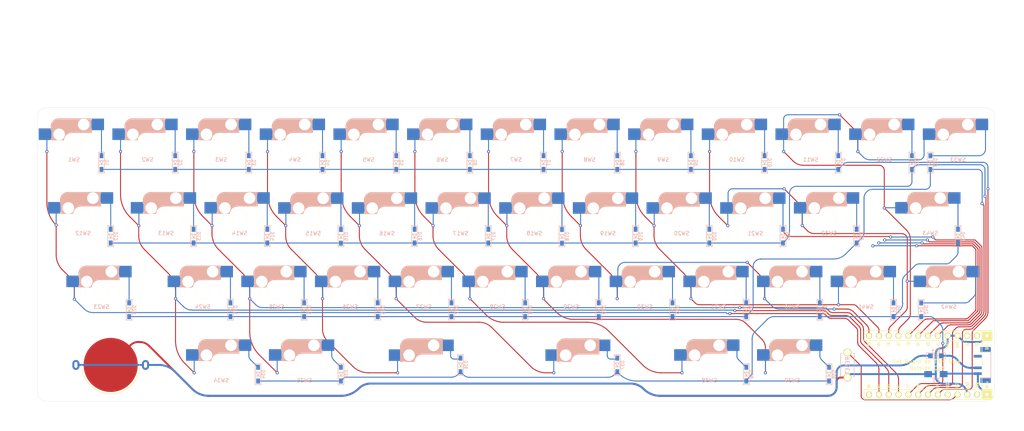
<source format=kicad_pcb>
(kicad_pcb (version 20211014) (generator pcbnew)
  (layers (0 "F.Cu" signal) (31 "B.Cu" signal) (34 "B.Paste" user) (35 "F.Paste" user) (36 "B.SilkS" user "B.Silkscreen") (37 "F.SilkS" user "F.Silkscreen") (38 "B.Mask" user) (39 "F.Mask" user) (44 "Edge.Cuts" user))
  (net 0 "")
  (net 1 "GND")
  (net 2 "reset")
  (net 3 "Bat+")
  (net 4 "Net-(D1-Pad2)")
  (net 5 "row0")
  (net 6 "Net-(D2-Pad2)")
  (net 7 "Net-(D3-Pad2)")
  (net 8 "Net-(D4-Pad2)")
  (net 9 "Net-(D5-Pad2)")
  (net 10 "Net-(D6-Pad2)")
  (net 11 "Net-(D7-Pad2)")
  (net 12 "Net-(D8-Pad2)")
  (net 13 "Net-(D9-Pad2)")
  (net 14 "Net-(D10-Pad2)")
  (net 15 "Net-(D11-Pad2)")
  (net 16 "Net-(D12-Pad2)")
  (net 17 "Net-(D13-Pad2)")
  (net 18 "Net-(D14-Pad2)")
  (net 19 "row1")
  (net 20 "Net-(D15-Pad2)")
  (net 21 "Net-(D16-Pad2)")
  (net 22 "Net-(D17-Pad2)")
  (net 23 "Net-(D18-Pad2)")
  (net 24 "Net-(D19-Pad2)")
  (net 25 "Net-(D20-Pad2)")
  (net 26 "Net-(D21-Pad2)")
  (net 27 "Net-(D22-Pad2)")
  (net 28 "Net-(D23-Pad2)")
  (net 29 "Net-(D24-Pad2)")
  (net 30 "Net-(D25-Pad2)")
  (net 31 "Net-(D26-Pad2)")
  (net 32 "row2")
  (net 33 "Net-(D27-Pad2)")
  (net 34 "Net-(D28-Pad2)")
  (net 35 "Net-(D29-Pad2)")
  (net 36 "Net-(D30-Pad2)")
  (net 37 "Net-(D31-Pad2)")
  (net 38 "Net-(D32-Pad2)")
  (net 39 "Net-(D33-Pad2)")
  (net 40 "Net-(D34-Pad2)")
  (net 41 "Net-(D35-Pad2)")
  (net 42 "Net-(D36-Pad2)")
  (net 43 "Net-(D37-Pad2)")
  (net 44 "Net-(D38-Pad2)")
  (net 45 "row3")
  (net 46 "Net-(D39-Pad2)")
  (net 47 "Net-(D40-Pad2)")
  (net 48 "Net-(D41-Pad2)")
  (net 49 "Net-(D42-Pad2)")
  (net 50 "Net-(D43-Pad2)")
  (net 51 "col0")
  (net 52 "col1")
  (net 53 "col2")
  (net 54 "col3")
  (net 55 "col4")
  (net 56 "col5")
  (net 57 "col6")
  (net 58 "col7")
  (net 59 "col8")
  (net 60 "col9")
  (net 61 "col10")
  (net 65 "VCC")
  (net 68 "Net-(D44-Pad1)")
  (net 69 "Net-(BT1-Pad1)")
  (footprint "kbd_Parts:Diode_SMD" (layer "F.Cu") (at 45.24375 92.86875 90)
    (fp_text reference "D12")
    (fp_text value "D" hide)
  )
  (footprint "kbd_SW:CherryMX_Hotswap_1u" (layer "F.Cu") (at 130.96875 69.05625)
    (fp_text reference "SW6")
    (fp_text value "SW_Push" hide)
  )
  (footprint "kbd_SW:CherryMX_Hotswap_1.25u" (layer "F.Cu") (at 200.024999 126.206249)
    (fp_text reference "SW38")
    (fp_text value "SW_Push" hide)
  )
  (footprint "MountingHole:MountingHole_2.1mm" (layer "F.Cu") (at 59.531249 133.349999)
    (fp_text reference "REF**" hide)
    (fp_text value "MountingHole_2.1mm" hide)
  )
  (footprint "kbd_Parts:Diode_SMD" (layer "F.Cu") (at 176.2125 73.81875 90)
    (fp_text reference "D8")
    (fp_text value "D" hide)
  )
  (footprint "kbd_Parts:Battery_ali_CR1632" (layer "F.Cu") (at 45.243749 126.206249)
    (fp_text reference "BT1" hide)
    (fp_text value "Battery_Cell")
  )
  (footprint "kbd_SW:CherryMX_Hotswap_1u" (layer "F.Cu") (at 173.831249 88.148749)
    (fp_text reference "SW19")
    (fp_text value "SW_Push" hide)
  )
  (footprint "MountingHole:MountingHole_2.1mm" (layer "F.Cu") (at 107.15625 78.58125)
    (fp_text reference "REF**" hide)
    (fp_text value "MountingHole_2.1mm" hide)
  )
  (footprint "MountingHole:MountingHole_2.1mm" (layer "F.Cu") (at 188.11875 78.58125)
    (fp_text reference "REF**" hide)
    (fp_text value "MountingHole_2.1mm" hide)
  )
  (footprint "MountingHole:MountingHole_2.1mm" (layer "F.Cu") (at 107.15625 116.68125)
    (fp_text reference "REF**" hide)
    (fp_text value "MountingHole_2.1mm" hide)
  )
  (footprint "kbd_SW:CherryMX_Hotswap_1u" (layer "F.Cu") (at 111.91875 69.05625)
    (fp_text reference "SW5")
    (fp_text value "SW_Push" hide)
  )
  (footprint "kbd_SW:CherryMX_Hotswap_2.25u_Rev" (layer "F.Cu") (at 166.687499 126.206249 180)
    (fp_text reference "SW37" hide)
    (fp_text value "SW_Push" hide)
  )
  (footprint "kbd_SW:CherryMX_Hotswap_1u" (layer "F.Cu") (at 150.01875 69.05625)
    (fp_text reference "SW7")
    (fp_text value "SW_Push" hide)
  )
  (footprint "kbd_SW:CherryMX_Hotswap_1u" (layer "F.Cu") (at 221.456249 107.156249)
    (fp_text reference "SW40")
    (fp_text value "SW_Push" hide)
  )
  (footprint "kbd_Parts:Diode_SMD" (layer "F.Cu") (at 133.35 111.91875 90)
    (fp_text reference "D27")
    (fp_text value "D" hide)
  )
  (footprint "kbd_SW:CherryMX_Hotswap_1u" (layer "F.Cu") (at 192.881249 88.148749)
    (fp_text reference "SW20")
    (fp_text value "SW_Push" hide)
  )
  (footprint "kbd_Parts:Diode_SMD" (layer "F.Cu") (at 230.98125 128.5875 90)
    (fp_text reference "D39")
    (fp_text value "D" hide)
  )
  (footprint "kbd_Parts:Diode_SMD" (layer "F.Cu") (at 214.3125 73.81875 90)
    (fp_text reference "D10")
    (fp_text value "D" hide)
  )
  (footprint "kbd_SW:CherryMX_Hotswap_1u" (layer "F.Cu") (at 107.156249 107.156249)
    (fp_text reference "SW26")
    (fp_text value "SW_Push" hide)
  )
  (footprint "kbd_Parts:Diode_SMD" (layer "F.Cu") (at 176.2125 126.20625 90)
    (fp_text reference "D37")
    (fp_text value "D" hide)
  )
  (footprint "kbd_SW:CherryMX_Hotswap_1.25u" (layer "F.Cu") (at 261.937499 107.156249)
    (fp_text reference "SW42")
    (fp_text value "SW_Push" hide)
  )
  (footprint "kbd_SW:CherryMX_Hotswap_1u" (layer "F.Cu") (at 164.306249 107.15625)
    (fp_text reference "SW29")
    (fp_text value "SW_Push" hide)
  )
  (footprint "kbd_Parts:Diode_SMD" (layer "F.Cu") (at 42.8625 73.818749 90)
    (fp_text reference "D1")
    (fp_text value "D" hide)
  )
  (footprint "kbd_Parts:Diode_SMD" (layer "F.Cu") (at 264.31875 92.86875 90)
    (fp_text reference "D43")
    (fp_text value "D" hide)
  )
  (footprint "kbd_SW:CherryMX_Hotswap_1u" (layer "F.Cu") (at 154.781249 88.148749)
    (fp_text reference "SW18")
    (fp_text value "SW_Push" hide)
  )
  (footprint "kbd_SW:CherryMX_Hotswap_1u" (layer "F.Cu") (at 35.71875 69.05625)
    (fp_text reference "SW1")
    (fp_text value "SW_Push" hide)
  )
  (footprint "kbd_Parts:Diode_SMD" (layer "F.Cu") (at 247.65 111.918749 90)
    (fp_text reference "D41")
    (fp_text value "D" hide)
  )
  (footprint "kbd_Parts:Diode_SMD" (layer "F.Cu") (at 252.4125 73.81875 90)
    (fp_text reference "D22")
    (fp_text value "D" hide)
  )
  (footprint "kbd_Parts:Diode_SMD" (layer "F.Cu") (at 195.2625 73.81875 90)
    (fp_text reference "D9")
    (fp_text value "D" hide)
  )
  (footprint "kbd_Parts:Diode_SMD" (layer "F.Cu") (at 142.875 92.86875 90)
    (fp_text reference "D17")
    (fp_text value "D" hide)
  )
  (footprint "kbd_SW:CherryMX_Hotswap_2u_Rev" (layer "F.Cu") (at 126.206249 126.206249 180)
    (fp_text reference "SW36" hide)
    (fp_text value "SW_Push" hide)
  )
  (footprint "kbd_Parts:Diode_SMD" (layer "F.Cu") (at 83.34375 128.5875 90)
    (fp_text reference "D34")
    (fp_text value "D" hide)
  )
  (footprint "kbd_SW:CherryMX_Hotswap_1u" (layer "F.Cu") (at 221.456249 126.206249)
    (fp_text reference "SW39")
    (fp_text value "SW_Push" hide)
  )
  (footprint "kbd_Parts:Diode_SMD" (layer "F.Cu") (at 233.3625 73.818751 90)
    (fp_text reference "D11")
    (fp_text value "D" hide)
  )
  (footprint "kbd_Parts:Diode_SMD" (layer "F.Cu") (at 180.975 92.86875 90)
    (fp_text reference "D19")
    (fp_text value "D" hide)
  )
  (footprint "kbd_Parts:Diode_SMD" (layer "F.Cu") (at 95.25 111.918751 90)
    (fp_text reference "D25")
    (fp_text value "D" hide)
  )
  (footprint "kbd_Parts:Diode_SMD" (layer "F.Cu") (at 200.025 92.86875 90)
    (fp_text reference "D20")
    (fp_text value "D" hide)
  )
  (footprint "kbd_Parts:Micon_BMP_7sKB" (layer "F.Cu") (at 254.793749 126.206249 -90)
    (fp_text reference "U1" hide)
    (fp_text value "Micon_BLEMicroPro" hide)
  )
  (footprint "kbd_SW:CherryMX_Hotswap_1u" (layer "F.Cu") (at 169.06875 69.05625)
    (fp_text reference "SW8")
    (fp_text value "SW_Push" hide)
  )
  (footprint "kbd_SW:CherryMX_Hotswap_1u" (layer "F.Cu") (at 240.506249 107.156249)
    (fp_text reference "SW41")
    (fp_text value "SW_Push" hide)
  )
  (footprint "kbd_Parts:Diode_SMD" (layer "F.Cu") (at 254.79375 111.918749 90)
    (fp_text reference "D42")
    (fp_text value "D" hide)
  )
  (footprint "kbd_SW:CherryMX_Hotswap_1.25u" (layer "F.Cu") (at 38.099999 88.106249)
    (fp_text reference "SW12")
    (fp_text value "SW_Push" hide)
  )
  (footprint "kbd_SW:CherryMX_Hotswap_1u" (layer "F.Cu") (at 264.318749 69.056249)
    (fp_text reference "SW33")
    (fp_text value "SW_Push" hide)
  )
  (footprint "kbd_SW:CherryMX_Hotswap_1u" (layer "F.Cu") (at 78.581249 88.10625)
    (fp_text reference "SW14")
    (fp_text value "SW_Push" hide)
  )
  (footprint "kbd_Parts:Diode_SMD" (layer "F.Cu") (at 190.5 111.918751 90)
    (fp_text reference "D30")
    (fp_text value "D" hide)
  )
  (footprint "kbd_SW:CherryMX_Hotswap_1.75u" (layer "F.Cu") (at 257.174999 88.106249)
    (fp_text reference "SW43")
    (fp_text value "SW_Push" hide)
  )
  (footprint "kbd_SW:CherryMX_Hotswap_1u" (layer "F.Cu") (at 207.16875 69.05625)
    (fp_text reference "SW10")
    (fp_text value "SW_Push" hide)
  )
  (footprint "kbd_SW:CherryMX_Hotswap_1u" (layer "F.Cu") (at 73.818749 126.206249)
    (fp_text reference "SW34")
    (fp_text value "SW_Push" hide)
  )
  (footprint "kbd_SW:CherryMX_Hotswap_1.25u" (layer "F.Cu") (at 95.249999 126.206249)
    (fp_text reference "SW35")
    (fp_text value "SW_Push" hide)
  )
  (footprint "kbd_SW:CherryMX_Hotswap_1u" (layer "F.Cu") (at 88.106249 107.156249)
    (fp_text reference "SW25")
    (fp_text value "SW_Push" hide)
  )
  (footprint "kbd_Parts:Diode_SMD" (layer "F.Cu") (at 114.3 111.91875 90)
    (fp_text reference "D26")
    (fp_text value "D" hide)
  )
  (footprint "kbd_Parts:Diode_SMD" (layer "F.Cu") (at 257.175 73.81875 90)
    (fp_text reference "D33")
    (fp_text value "D" hide)
  )
  (footprint "kbd_Parts:Diode_SMD" (layer "F.Cu") (at 80.9625 73.81875 90)
    (fp_text reference "D3")
    (fp_text value "D" hide)
  )
  (footprint "kbd_SW:CherryMX_Hotswap_1u" (layer "F.Cu") (at 145.256249 107.15625)
    (fp_text reference "SW28")
    (fp_text value "SW_Push" hide)
  )
  (footprint "MountingHole:MountingHole_2.1mm" (layer "F.Cu") (at 50.00625 97.63125)
    (fp_text reference "REF**" hide)
    (fp_text value "MountingHole_2.1mm" hide)
  )
  (footprint "kbd_Parts:Diode_SMD" (layer "F.Cu") (at 123.825 92.86875 90)
    (fp_text reference "D16")
    (fp_text value "D" hide)
  )
  (footprint "kbd_SW:CherryMX_Hotswap_1u" (layer "F.Cu") (at 69.056249 107.156249)
    (fp_text reference "SW24")
    (fp_text value "SW_Push" hide)
  )
  (footprint "kbd_Parts:Diode_SMD" (layer "F.Cu") (at 66.675 92.86875 90)
    (fp_text reference "D13")
    (fp_text value "D" hide)
  )
  (footprint "kbd_Parts:Diode_SMD" (layer "F.Cu") (at 135.6995 126.20625 90)
    (fp_text reference "D36")
    (fp_text value "D" hide)
  )
  (footprint "kbd_SW:CherryMX_Hotswap_1u" (layer "F.Cu") (at 226.21875 69.05625)
    (fp_text reference "SW11")
    (fp_text value "SW_Push" hide)
  )
  (footprint "kbd_Parts:Diode_SMD" (layer "F.Cu") (at 152.4 111.91875 90)
    (fp_text reference "D28")
    (fp_text value "D" hide)
  )
  (footprint "kbd_Parts:Diode_SMD" (layer "F.Cu") (at 100.0125 73.81875 90)
    (fp_text reference "D4")
    (fp_text value "D" hide)
  )
  (footprint "kbd_SW:CherryMX_Hotswap_1u" (layer "F.Cu") (at 92.86875 69.05625)
    (fp_text reference "SW4")
    (fp_text value "SW_Push" hide)
  )
  (footprint "kbd_Parts:Diode_SMD" (layer "F.Cu") (at 61.9125 73.81875 90)
    (fp_text reference "D2")
    (fp_text value "D" hide)
  )
  (footprint "kbd_Parts:Diode_SMD" (layer "F.Cu") (at 238.125 92.868749 90)
    (fp_text reference "D32")
    (fp_text value "D" hide)
  )
  (footprint "kbd_SW:CherryMX_Hotswap_1u" (layer "F.Cu") (at 54.76875 69.05625)
    (fp_text reference "SW2")
    (fp_text value "SW_Push" hide)
  )
  (footprint "kbd_SW:CherryMX_Hotswap_1u" (layer "F.Cu") (at 59.531249 88.106249)
    (fp_text reference "SW13")
    (fp_text value "SW_Push" hide)
  )
  (footprint "kbd_SW:CherryMX_Hotswap_1u" (layer "F.Cu") (at 188.11875 69.05625)
    (fp_text reference "SW9")
    (fp_text value "SW_Push" hide)
  )
  (footprint "kbd_Parts:Diode_SMD" (layer "F.Cu") (at 119.0625 73.818749 90)
    (fp_text reference "D5")
    (fp_text value "D" hide)
  )
  (footprint "kbd_SW:CherryMX_Hotswap_1u" (layer "F.Cu") (at 97.631249 88.148749)
    (fp_text reference "SW15")
    (fp_text value "SW_Push" hide)
  )
  (footprint "MountingHole:MountingHole_2.1mm" (layer "F.Cu") (at 235.743749 119.062499)
    (fp_text reference "REF**" hide)
    (fp_text value "MountingHole_2.1mm" hide)
  )
  (footprint "kbd_SW:CherryMX_Hotswap_1u" (layer "F.Cu") (at 73.81875 69.05625)
    (fp_text reference "SW3")
    (fp_text value "SW_Push" hide)
  )
  (footprint "kbd_Parts:Diode_SMD" (layer "F.Cu") (at 138.1125 73.81875 90)
    (fp_text reference "D6")
    (fp_text value "D" hide)
  )
  (footprint "kbd_Parts:Diode_SMD" (layer "F.Cu") (at 157.1625 73.81875 90)
    (fp_text reference "D7")
    (fp_text value "D" hide)
  )
  (footprint "kbd_SW:CherryMX_Hotswap_1u" (layer "F.Cu") (at 116.681249 88.148749)
    (fp_text reference "SW16")
    (fp_text value "SW_Push" hide)
  )
  (footprint "MountingHole:MountingHole_2.1mm" (layer "F.Cu") (at 59.531249 119.062499)
    (fp_text reference "REF**" hide)
    (fp_text value "MountingHole_2.1mm" hide)
  )
  (footprint "kbd_Parts:Diode_SMD" (layer "F.Cu") (at 228.6 111.91875 90)
    (fp_text reference "D40")
    (fp_text value "D" hide)
  )
  (footprint "kbd_Parts:Diode_SMD" (layer "F.Cu") (at 219.075 92.86875 90)
    (fp_text reference "D21")
    (fp_text value "D" hide)
  )
  (footprint "kbd_Parts:Diode_SMD" (layer "F.Cu") (at 76.2 111.91875 90)
    (fp_text reference "D24")
    (fp_text value "D" hide)
  )
  (footprint "kbd_Parts:Diode_SMD" (layer "F.Cu") (at 85.725 92.868749 90)
    (fp_text reference "D14")
    (fp_text value "D" hide)
  )
  (footprint "kbd_SW:CherryMX_Hotswap_1u" (layer "F.Cu") (at 183.356249 107.15625)
    (fp_text reference "SW30")
    (fp_text value "SW_Push" hide)
  )
  (footprint "MountingHole:MountingHole_2.1mm" (layer "F.Cu") (at 247.65 97.63125)
    (fp_text reference "REF**" hide)
    (fp_text value "MountingHole_2.1mm" hide)
  )
  (footprint "kbd_Parts:Diode_SMD" (layer "F.Cu") (at 209.58175 128.5875 90)
    (fp_text reference "D38")
    (fp_text value "D" hide)
  )
  (footprint "kbd_Parts:Diode_SMD" (layer "F.Cu") (at 104.775 92.911249 90)
    (fp_text reference "D15")
    (fp_text value "D" hide)
  )
  (footprint "kbd_SW:CherryMX_Hotswap_1u" (layer "F.Cu") (at 230.981249 88.106249)
    (fp_text reference "SW32")
    (fp_text value "SW_Push" hide)
  )
  (footprint "kbd_Parts:ResetSW" (layer "F.Cu") (at 235.74375 126.20625 -90)
    (fp_text reference "SW45" hide)
    (fp_text value "SW_Push")
  )
  (footprint "kbd_SW:CherryMX_Hotswap_1u" (layer "F.Cu") (at 211.931249 88.148749)
    (fp_text reference "SW21")
    (fp_text value "SW_Push" hide)
  )
  (footprint "forty_mate:Diode_SMD_S-FLAT" (layer "F.Cu") (at 258.60375 123.825 180)
    (fp_text reference "D44")
    (fp_text value "D_Schottky" hide)
  )
  (footprint "MountingHole:MountingHole_2.1mm" (layer "F.Cu") (at 235.743749 133.349999)
    (fp_text reference "REF**" hide)
    (fp_text value "MountingHole_2.1mm" hide)
  )
  (footprint "kbd_Parts:Diode_SMD" (layer "F.Cu") (at 209.55 111.918751 90)
    (fp_text reference "D31")
    (fp_text value "D" hide)
  )
  (footprint "kbd_SW:CherryMX_Hotswap_1u" (layer "F.Cu") (at 202.406249 107.15625)
    (fp_text reference "SW31")
    (fp_text value "SW_Push" hide)
  )
  (footprint "kbd_SW:CherryMX_Hotswap_1u" (layer "F.Cu") (at 126.206249 107.15625)
    (fp_text reference "SW27")
    (fp_text value "SW_Push" hide)
  )
  (footprint "kbd_SW:CherryMX_Hotswap_1u" (layer "F.Cu") (at 135.731249 88.148749)
    (fp_text reference "SW17")
    (fp_text value "SW_Push" hide)
  )
  (footprint "kbd_Parts:Diode_SMD" (layer "F.Cu") (at 161.925 92.911249 90)
    (fp_text reference "D18")
    (fp_text value "D" hide)
  )
  (footprint "kbd_SW:CherryMX_Hotswap_1u" (layer "F.Cu") (at 245.268749 69.056249)
    (fp_text reference "SW22")
    (fp_text value "SW_Push" hide)
  )
  (footprint "kbd_Parts:Diode_SMD" (layer "F.Cu") (at 171.45 111.91875 90)
    (fp_text reference "D29")
    (fp_text value "D" hide)
  )
  (footprint "kbd_Parts:Diode_SMD" (layer "F.Cu") (at 104.775 128.5875 90)
    (fp_text reference "D35")
    (fp_text value "D" hide)
  )
  (footprint "kbd_Parts:Diode_SMD" (layer "F.Cu") (at 50.00625 111.918749 90)
    (fp_text reference "D23")
    (fp_text value "D" hide)
  )
  (footprint "MountingHole:MountingHole_2.1mm" (layer "F.Cu") (at 188.11875 116.68125)
    (fp_text reference "REF**" hide)
    (fp_text value "MountingHole_2.1mm" hide)
  )
  (footprint "kbd_SW:CherryMX_Hotswap_1.75u" (layer "F.Cu") (at 42.862499 107.156249)
    (fp_text reference "SW23")
    (fp_text value "SW_Push" hide)
  )
  (footprint "kbd_Parts:TGSW_MK12C02" (layer "B.Cu") (at 271.462499 126.206249 -90)
    (fp_text reference "SW44" hide)
    (fp_text value "SW_SPDT")
  )
  (footprint "kbd_Parts:Capacitor_1206" (layer "B.Cu") (at 258.60375 128.5875 180)
    (fp_text reference "C1")
    (fp_text value "C_Polarized_Small")
  )
  (gr_line (start 28.575 59.630781) (end 271.4625 59.630781) (layer "Edge.Cuts") (width 0.05))
  (gr_line (start 271.4625 135.631719) (end 28.575 135.631719) (layer "Edge.Cuts") (width 0.05))
  (gr_line (start 26.293281 133.35) (end 26.293281 61.9125) (layer "Edge.Cuts") (width 0.05))
  (gr_line (start 273.744219 61.9125) (end 273.744219 133.35) (layer "Edge.Cuts") (width 0.05))
  (gr_arc (start 271.4625 59.630781) (mid 273.075919 60.299081) (end 273.744219 61.9125) (layer "Edge.Cuts") (width 0.05))
  (gr_arc (start 28.575 135.631719) (mid 26.961581 134.963419) (end 26.293281 133.35) (layer "Edge.Cuts") (width 0.05))
  (gr_arc (start 273.744219 133.35) (mid 273.075919 134.963419) (end 271.4625 135.631719) (layer "Edge.Cuts") (width 0.05))
  (gr_arc (start 26.293281 61.9125) (mid 26.961581 60.299081) (end 28.575 59.630781) (layer "Edge.Cuts") (width 0.05))
  (segment (start 52.353305 120.269) (end 52.721162 120.269) (width 0.5) (layer "F.Cu") (net 1))
  (segment (start 234.01775 129.45625) (end 235.74375 129.45625) (width 0.5) (layer "F.Cu") (net 1))
  (segment (start 112.444801 131.03225) (end 179.666094 131.03225) (width 0.5) (layer "F.Cu") (net 1))
  (segment (start 232.94975 131.943279) (end 232.94975 130.52425) (width 0.5) (layer "F.Cu") (net 1))
  (segment (start 55.186802 121.290301) (end 61.825761 127.92926) (width 0.5) (layer "F.Cu") (net 1))
  (segment (start 45.243749 126.206249) (end 50.352052 121.097946) (width 0.5) (layer "F.Cu") (net 1))
  (segment (start 187.331221 134.20725) (end 230.685779 134.20725) (width 0.5) (layer "F.Cu") (net 1))
  (segment (start 70.616481 134.20725) (end 104.779674 134.20725) (width 0.5) (layer "F.Cu") (net 1))
  (segment (start 61.825761 127.92926) (end 66.326978 132.430479) (width 0.5) (layer "F.Cu") (net 1))
  (arc (start 183.03875 132.42925) (mid 185.008153 133.745163) (end 187.331221 134.20725) (width 0.5) (layer "F.Cu") (net 1))
  (arc (start 50.352052 121.097946) (mid 51.270235 120.484436) (end 52.353305 120.269) (width 0.5) (layer "F.Cu") (net 1))
  (arc (start 230.685779 134.20725) (mid 232.286648 133.544148) (end 232.94975 131.943279) (width 0.5) (layer "F.Cu") (net 1))
  (arc (start 109.37875 132.30225) (mid 110.785465 131.362313) (end 112.444801 131.03225) (width 0.5) (layer "F.Cu") (net 1))
  (arc (start 66.326978 132.430479) (mid 68.295019 133.745482) (end 70.616481 134.20725) (width 0.5) (layer "F.Cu") (net 1))
  (arc (start 179.666094 131.03225) (mid 181.491363 131.395319) (end 183.03875 132.42925) (width 0.5) (layer "F.Cu") (net 1))
  (arc (start 104.779674 134.20725) (mid 107.268676 133.712157) (end 109.37875 132.30225) (width 0.5) (layer "F.Cu") (net 1))
  (arc (start 232.94975 130.52425) (mid 233.26256 129.76906) (end 234.01775 129.45625) (width 0.5) (layer "F.Cu") (net 1))
  (arc (start 52.721162 120.269) (mid 54.055557 120.534428) (end 55.186802 121.290301) (width 0.5) (layer "F.Cu") (net 1))
  (segment (start 264.191749 118.642649) (end 265.284305 119.735205) (width 0.5) (layer "B.Cu") (net 1))
  (segment (start 256.60375 128.5875) (end 236.6125 128.5875) (width 0.5) (layer "B.Cu") (net 1))
  (segment (start 261.651749 118.642649) (end 264.191749 118.642649) (width 0.5) (layer "B.Cu") (net 1))
  (segment (start 256.60375 128.5875) (end 258.5085 128.5875) (width 0.5) (layer "B.Cu") (net 1))
  (segment (start 270.538199 119.916199) (end 271.811749 118.642649) (width 0.5) (layer "B.Cu") (net 1))
  (segment (start 236.6125 128.5875) (end 235.74375 129.45625) (width 0.5) (layer "B.Cu") (net 1))
  (segment (start 258.572 128.524) (end 258.572 129.254772) (width 0.5) (layer "B.Cu") (net 1))
  (segment (start 266.573 120.269) (end 269.686463 120.269) (width 0.5) (layer "B.Cu") (net 1))
  (segment (start 261.651749 118.642649) (end 261.651749 120.110251) (width 0.5) (layer "B.Cu") (net 1))
  (segment (start 258.572 123.19) (end 258.572 128.524) (width 0.5) (layer "B.Cu") (net 1))
  (segment (start 260.381228 131.064) (end 263.9331 131.064) (width 0.5) (layer "B.Cu") (net 1))
  (arc (start 269.686463 120.269) (mid 270.147419 120.17731) (end 270.538199 119.916199) (width 0.5) (layer "B.Cu") (net 1))
  (arc (start 258.5085 128.5875) (mid 258.553401 128.568901) (end 258.572 128.524) (width 0.5) (layer "B.Cu") (net 1))
  (arc (start 265.284305 119.735205) (mid 265.875563 120.130271) (end 266.573 120.269) (width 0.5) (layer "B.Cu") (net 1))
  (arc (start 259.842 121.92) (mid 258.943974 122.291974) (end 258.572 123.19) (width 0.5) (layer "B.Cu") (net 1))
  (arc (start 263.9331 131.064) (mid 265.912044 131.883705) (end 266.731749 133.862649) (width 0.5) (layer "B.Cu") (net 1))
  (arc (start 258.572 129.254772) (mid 259.101911 130.534089) (end 260.381228 131.064) (width 0.5) (layer "B.Cu") (net 1))
  (arc (start 261.651749 120.110251) (mid 261.121686 121.389937) (end 259.842 121.92) (width 0.5) (layer "B.Cu") (net 1))
  (segment (start 240.31575 135.22325) (end 262.005176 135.22325) (width 0.25) (layer "F.Cu") (net 2))
  (segment (start 239.29975 126.51225) (end 239.29975 134.20725) (width 0.25) (layer "F.Cu") (net 2))
  (segment (start 263.353063 134.664937) (end 264.129613 133.888386) (width 0.25) (layer "F.Cu") (net 2))
  (segment (start 235.74375 122.95625) (end 239.29975 126.51225) (width 0.25) (layer "F.Cu") (net 2))
  (arc (start 262.005176 135.22325) (mid 262.734647 135.078149) (end 263.353063 134.664937) (width 0.25) (layer "F.Cu") (net 2))
  (arc (start 239.29975 134.20725) (mid 239.59733 134.92567) (end 240.31575 135.22325) (width 0.25) (layer "F.Cu") (net 2))
  (segment (start 270.03375 132.17525) (end 271.657085 133.798585) (width 0.5) (layer "B.Cu") (net 3))
  (segment (start 269.462499 128.456249) (end 269.462499 130.796129) (width 0.5) (layer "B.Cu") (net 3))
  (segment (start 260.60375 128.5875) (end 260.9215 128.5875) (width 0.5) (layer "B.Cu") (net 3))
  (segment (start 261.052751 128.456249) (end 269.462499 128.456249) (width 0.5) (layer "B.Cu") (net 3))
  (arc (start 261.01675 128.49225) (mid 261.027294 128.466793) (end 261.052751 128.456249) (width 0.5) (layer "B.Cu") (net 3))
  (arc (start 269.462499 130.796129) (mid 269.610961 131.542503) (end 270.03375 132.17525) (width 0.5) (layer "B.Cu") (net 3))
  (arc (start 271.657085 133.798585) (mid 271.728045 133.845999) (end 271.811749 133.862649) (width 0.5) (layer "B.Cu") (net 3))
  (arc (start 260.9215 128.5875) (mid 260.988852 128.559602) (end 261.01675 128.49225) (width 0.5) (layer "B.Cu") (net 3))
  (segment (start 42.8625 72.043751) (end 42.8625 65.38) (width 0.25) (layer "B.Cu") (net 4))
  (segment (start 42.8625 65.38) (end 41.41875 63.93625) (width 0.25) (layer "B.Cu") (net 4))
  (segment (start 268.351 117.221) (end 271.335544 114.236456) (width 0.25) (layer "F.Cu") (net 5))
  (segment (start 268.00175 131.66725) (end 268.00175 118.064164) (width 0.25) (layer "F.Cu") (net 5))
  (segment (start 272.06575 112.473583) (end 272.06575 80.61325) (width 0.25) (layer "F.Cu") (net 5))
  (segment (start 259.111749 133.862649) (end 260.050699 132.923699) (width 0.25) (layer "F.Cu") (net 5))
  (segment (start 260.937799 132.55625) (end 267.11275 132.55625) (width 0.25) (layer "F.Cu") (net 5))
  (via (at 272.06575 80.61325) (size 0.8) (drill 0.4) (layers "F.Cu" "B.Cu") (net 5))
  (arc (start 260.050699 132.923699) (mid 260.457704 132.651747) (end 260.937799 132.55625) (width 0.25) (layer "F.Cu") (net 5))
  (arc (start 267.11275 132.55625) (mid 267.741368 132.295868) (end 268.00175 131.66725) (width 0.25) (layer "F.Cu") (net 5))
  (arc (start 268.00175 118.064164) (mid 268.092517 117.607847) (end 268.351 117.221) (width 0.25) (layer "F.Cu") (net 5))
  (arc (start 271.335544 114.236456) (mid 271.875976 113.427643) (end 272.06575 112.473583) (width 0.25) (layer "F.Cu") (net 5))
  (segment (start 233.3625 75.593751) (end 234.597848 74.358402) (width 0.25) (layer "B.Cu") (net 5))
  (segment (start 42.8625 75.593749) (end 233.362498 75.593749) (width 0.25) (layer "B.Cu") (net 5))
  (segment (start 270.80185 73.75525) (end 236.053984 73.75525) (width 0.25) (layer "B.Cu") (net 5))
  (segment (start 272.06575 80.61325) (end 272.06575 75.01915) (width 0.25) (layer "B.Cu") (net 5))
  (arc (start 236.053984 73.75525) (mid 235.265929 73.912004) (end 234.597848 74.358402) (width 0.25) (layer "B.Cu") (net 5))
  (arc (start 272.06575 75.01915) (mid 271.695562 74.125438) (end 270.80185 73.75525) (width 0.25) (layer "B.Cu") (net 5))
  (segment (start 61.9125 72.043751) (end 61.9125 65.38) (width 0.25) (layer "B.Cu") (net 6))
  (segment (start 61.9125 65.38) (end 60.46875 63.93625) (width 0.25) (layer "B.Cu") (net 6))
  (segment (start 80.9625 65.38) (end 79.51875 63.93625) (width 0.25) (layer "B.Cu") (net 7))
  (segment (start 80.9625 72.043751) (end 80.9625 65.38) (width 0.25) (layer "B.Cu") (net 7))
  (segment (start 100.0125 65.38) (end 98.56875 63.93625) (width 0.25) (layer "B.Cu") (net 8))
  (segment (start 100.0125 72.043751) (end 100.0125 65.38) (width 0.25) (layer "B.Cu") (net 8))
  (segment (start 119.0625 72.043751) (end 119.0625 65.38) (width 0.25) (layer "B.Cu") (net 9))
  (segment (start 119.0625 65.38) (end 117.61875 63.93625) (width 0.25) (layer "B.Cu") (net 9))
  (segment (start 138.1125 65.38) (end 136.66875 63.93625) (width 0.25) (layer "B.Cu") (net 10))
  (segment (start 138.1125 72.043751) (end 138.1125 65.38) (width 0.25) (layer "B.Cu") (net 10))
  (segment (start 157.1625 72.043751) (end 157.1625 65.38) (width 0.25) (layer "B.Cu") (net 11))
  (segment (start 157.1625 65.38) (end 155.71875 63.93625) (width 0.25) (layer "B.Cu") (net 11))
  (segment (start 176.2125 72.043751) (end 176.2125 65.38) (width 0.25) (layer "B.Cu") (net 12))
  (segment (start 176.2125 65.38) (end 174.76875 63.93625) (width 0.25) (layer "B.Cu") (net 12))
  (segment (start 195.2625 72.043751) (end 195.2625 65.38) (width 0.25) (layer "B.Cu") (net 13))
  (segment (start 195.2625 65.38) (end 193.81875 63.93625) (width 0.25) (layer "B.Cu") (net 13))
  (segment (start 214.3125 65.38) (end 212.86875 63.93625) (width 0.25) (layer "B.Cu") (net 14))
  (segment (start 214.3125 72.043751) (end 214.3125 65.38) (width 0.25) (layer "B.Cu") (net 14))
  (segment (start 233.3625 65.38) (end 231.91875 63.93625) (width 0.25) (layer "B.Cu") (net 15))
  (segment (start 233.3625 72.043751) (end 233.3625 65.38) (width 0.25) (layer "B.Cu") (net 15))
  (segment (start 45.24375 91.09375) (end 45.24375 84.43) (width 0.25) (layer "B.Cu") (net 16))
  (segment (start 45.24375 84.43) (end 43.799999 82.986249) (width 0.25) (layer "B.Cu") (net 16))
  (segment (start 66.675 84.4725) (end 65.231249 83.028749) (width 0.25) (layer "B.Cu") (net 17))
  (segment (start 66.675 91.09375) (end 66.675 84.4725) (width 0.25) (layer "B.Cu") (net 17))
  (segment (start 85.725 91.09375) (end 85.725 84.4725) (width 0.25) (layer "B.Cu") (net 18))
  (segment (start 85.725 84.4725) (end 84.281249 83.028749) (width 0.25) (layer "B.Cu") (net 18))
  (segment (start 258.974081 132.050759) (end 258.702133 132.093831) (width 0.25) (layer "F.Cu") (net 19))
  (segment (start 264.92599 131.930716) (end 264.74148 132.007143) (width 0.25) (layer "F.Cu") (net 19))
  (segment (start 257.97219 132.465755) (end 257.87307 132.561328) (width 0.25) (layer "F.Cu") (net 19))
  (segment (start 265.459605 131.132106) (end 265.420643 131.32798) (width 0.25) (layer "F.Cu") (net 19))
  (segment (start 259.11175 132.04825) (end 258.974081 132.050759) (width 0.25) (layer "F.Cu") (net 19))
  (segment (start 265.46175 117.974361) (end 265.46175 131.03225) (width 0.25) (layer "F.Cu") (net 19))
  (segment (start 257.87307 132.561328) (end 256.571749 133.862649) (width 0.25) (layer "F.Cu") (net 19))
  (segment (start 265.46175 131.03225) (end 265.459605 131.132106) (width 0.25) (layer "F.Cu") (net 19))
  (segment (start 265.092044 131.819762) (end 264.92599 131.930716) (width 0.25) (layer "F.Cu") (net 19))
  (segment (start 270.970446 113.839554) (end 268.20221 116.60779) (width 0.25) (layer "F.Cu") (net 19))
  (segment (start 258.440271 132.178915) (end 258.194943 132.303916) (width 0.25) (layer "F.Cu") (net 19))
  (segment (start 258.702133 132.093831) (end 258.440271 132.178915) (width 0.25) (layer "F.Cu") (net 19))
  (segment (start 265.344216 131.51249) (end 265.233262 131.678544) (width 0.25) (layer "F.Cu") (net 19))
  (segment (start 264.44575 132.04825) (end 259.11175 132.04825) (width 0.25) (layer "F.Cu") (net 19))
  (segment (start 258.194943 132.303916) (end 257.97219 132.465755) (width 0.25) (layer "F.Cu") (net 19))
  (segment (start 271.55775 82.77225) (end 271.55775 112.421677) (width 0.25) (layer "F.Cu") (net 19))
  (segment (start 265.233262 131.678544) (end 265.092044 131.819762) (width 0.25) (layer "F.Cu") (net 19))
  (segment (start 264.545606 132.046105) (end 264.44575 132.04825) (width 0.25) (layer "F.Cu") (net 19))
  (segment (start 265.420643 131.32798) (end 265.344216 131.51249) (width 0.25) (layer "F.Cu") (net 19))
  (segment (start 267.335 116.967) (end 266.514012 116.967) (width 0.25) (layer "F.Cu") (net 19))
  (segment (start 264.74148 132.007143) (end 264.545606 132.046105) (width 0.25) (layer "F.Cu") (net 19))
  (segment (start 271.30375 82.51825) (end 271.55775 82.77225) (width 0.25) (layer "F.Cu") (net 19))
  (via (at 271.30375 82.51825) (size 0.8) (drill 0.4) (layers "F.Cu" "B.Cu") (net 19))
  (arc (start 268.20221 116.60779) (mid 267.804331 116.873644) (end 267.335 116.967) (width 0.25) (layer "F.Cu") (net 19))
  (arc (start 271.55775 112.421677) (mid 271.405115 113.189027) (end 270.970446 113.839554) (width 0.25) (layer "F.Cu") (net 19))
  (arc (start 266.514012 116.967) (mid 266.099179 117.049515) (end 265.7475 117.2845) (width 0.25) (layer "F.Cu") (net 19))
  (arc (start 265.7475 117.2845) (mid 265.536014 117.601011) (end 265.46175 117.974361) (width 0.25) (layer "F.Cu") (net 19))
  (segment (start 254.091805 74.39025) (end 270.017165 74.39025) (width 0.25) (layer "B.Cu") (net 19))
  (segment (start 271.30375 82.51825) (end 271.30375 75.676835) (width 0.25) (layer "B.Cu") (net 19))
  (segment (start 220.75775 91.507546) (end 220.75775 81.766983) (width 0.25) (layer "B.Cu") (net 19))
  (segment (start 252.4125 78.76716) (end 252.4125 75.59375) (width 0.25) (layer "B.Cu") (net 19))
  (segment (start 252.477731 75.43627) (end 253.122075 74.791925) (width 0.25) (layer "B.Cu") (net 19))
  (segment (start 219.075 94.64375) (end 219.730003 93.988747) (width 0.25) (layer "B.Cu") (net 19))
  (segment (start 45.24375 94.64375) (end 219.075 94.64375) (width 0.25) (layer "B.Cu") (net 19))
  (segment (start 222.546483 79.97825) (end 251.20141 79.97825) (width 0.25) (layer "B.Cu") (net 19))
  (arc (start 220.75775 81.766983) (mid 221.281658 80.502158) (end 222.546483 79.97825) (width 0.25) (layer "B.Cu") (net 19))
  (arc (start 219.730003 93.988747) (mid 220.490647 92.850362) (end 220.75775 91.507546) (width 0.25) (layer "B.Cu") (net 19))
  (arc (start 271.30375 75.676835) (mid 270.926918 74.767082) (end 270.017165 74.39025) (width 0.25) (layer "B.Cu") (net 19))
  (arc (start 252.4125 75.59375) (mid 252.429453 75.508522) (end 252.477731 75.43627) (width 0.25) (layer "B.Cu") (net 19))
  (arc (start 253.122075 74.791925) (mid 253.566991 74.494641) (end 254.091805 74.39025) (width 0.25) (layer "B.Cu") (net 19))
  (arc (start 251.20141 79.97825) (mid 252.05778 79.62353) (end 252.4125 78.76716) (width 0.25) (layer "B.Cu") (net 19))
  (segment (start 104.775 84.4725) (end 103.331249 83.028749) (width 0.25) (layer "B.Cu") (net 20))
  (segment (start 104.775 91.09375) (end 104.775 84.4725) (width 0.25) (layer "B.Cu") (net 20))
  (segment (start 123.825 91.09375) (end 123.825 84.4725) (width 0.25) (layer "B.Cu") (net 21))
  (segment (start 123.825 84.4725) (end 122.381249 83.028749) (width 0.25) (layer "B.Cu") (net 21))
  (segment (start 142.875 84.4725) (end 141.431249 83.028749) (width 0.25) (layer "B.Cu") (net 22))
  (segment (start 142.875 91.09375) (end 142.875 84.4725) (width 0.25) (layer "B.Cu") (net 22))
  (segment (start 161.925 91.09375) (end 161.925 84.4725) (width 0.25) (layer "B.Cu") (net 23))
  (segment (start 161.925 84.4725) (end 160.481249 83.028749) (width 0.25) (layer "B.Cu") (net 23))
  (segment (start 180.975 84.4725) (end 179.531249 83.028749) (width 0.25) (layer "B.Cu") (net 24))
  (segment (start 180.975 91.09375) (end 180.975 84.4725) (width 0.25) (layer "B.Cu") (net 24))
  (segment (start 200.025 84.4725) (end 198.581249 83.028749) (width 0.25) (layer "B.Cu") (net 25))
  (segment (start 200.025 91.09375) (end 200.025 84.4725) (width 0.25) (layer "B.Cu") (net 25))
  (segment (start 219.075 84.4725) (end 217.631249 83.028749) (width 0.25) (layer "B.Cu") (net 26))
  (segment (start 219.075 91.09375) (end 219.075 84.4725) (width 0.25) (layer "B.Cu") (net 26))
  (segment (start 252.4125 65.38) (end 252.4125 72.04375) (width 0.25) (layer "B.Cu") (net 27))
  (arc (start 250.968749 63.936249) (mid 251.989635 64.359114) (end 252.4125 65.38) (width 0.25) (layer "B.Cu") (net 27))
  (segment (start 50.00625 103.48) (end 48.562499 102.036249) (width 0.25) (layer "B.Cu") (net 28))
  (segment (start 50.00625 110.143749) (end 50.00625 103.48) (width 0.25) (layer "B.Cu") (net 28))
  (segment (start 76.2 110.14375) (end 76.2 103.48) (width 0.25) (layer "B.Cu") (net 29))
  (segment (start 76.2 103.48) (end 74.756249 102.036249) (width 0.25) (layer "B.Cu") (net 29))
  (segment (start 95.25 110.14375) (end 95.25 103.48) (width 0.25) (layer "B.Cu") (net 30))
  (segment (start 95.25 103.48) (end 93.806249 102.036249) (width 0.25) (layer "B.Cu") (net 30))
  (segment (start 114.3 110.14375) (end 114.3 103.48) (width 0.25) (layer "B.Cu") (net 31))
  (segment (start 114.3 103.48) (end 112.856249 102.036249) (width 0.25) (layer "B.Cu") (net 31))
  (segment (start 271.04975 84.93125) (end 271.04975 112.234929) (width 0.25) (layer "F.Cu") (net 32))
  (segment (start 263.8425 116.6495) (end 263.271 117.221) (width 0.25) (layer "F.Cu") (net 32))
  (segment (start 267.208 116.332) (end 264.609012 116.332) (width 0.25) (layer "F.Cu") (net 32))
  (segment (start 270.54175 84.42325) (end 271.04975 84.93125) (width 0.25) (layer "F.Cu") (net 32))
  (segment (start 262.92175 118.064164) (end 262.92175 130.65125) (width 0.25) (layer "F.Cu") (net 32))
  (segment (start 262.03275 131.54025) (end 257.094862 131.54025) (width 0.25) (layer "F.Cu") (net 32))
  (segment (start 270.51 113.538) (end 268.07521 115.97279) (width 0.25) (layer "F.Cu") (net 32))
  (segment (start 255.830384 132.064014) (end 254.031749 133.862649) (width 0.25) (layer "F.Cu") (net 32))
  (via (at 270.54175 84.42325) (size 0.8) (drill 0.4) (layers "F.Cu" "B.Cu") (net 32))
  (arc (start 263.271 117.221) (mid 263.012517 117.607847) (end 262.92175 118.064164) (width 0.25) (layer "F.Cu") (net 32))
  (arc (start 257.094862 131.54025) (mid 256.410531 131.676372) (end 255.830384 132.064014) (width 0.25) (layer "F.Cu") (net 32))
  (arc (start 264.609012 116.332) (mid 264.194179 116.414515) (end 263.8425 116.6495) (width 0.25) (layer "F.Cu") (net 32))
  (arc (start 271.04975 112.234929) (mid 270.909474 112.940146) (end 270.51 113.538) (width 0.25) (layer "F.Cu") (net 32))
  (arc (start 268.07521 115.97279) (mid 267.677331 116.238644) (end 267.208 116.332) (width 0.25) (layer "F.Cu") (net 32))
  (arc (start 262.92175 130.65125) (mid 262.661368 131.279868) (end 262.03275 131.54025) (width 0.25) (layer "F.Cu") (net 32))
  (segment (start 209.55 113.538) (end 210.843086 112.244914) (width 0.25) (layer "B.Cu") (net 32))
  (segment (start 257.175 75.59375) (end 269.450089 75.59375) (width 0.25) (layer "B.Cu") (net 32))
  (segment (start 270.579239 84.385761) (end 270.54175 84.42325) (width 0.25) (layer "B.Cu") (net 32))
  (segment (start 257.175 75.59375) (end 257.175 79.492521) (width 0.25) (layer "B.Cu") (net 32))
  (segment (start 50.00625 113.693749) (end 209.549998 113.693749) (width 0.25) (layer "B.Cu") (net 32))
  (segment (start 213.328714 98.77425) (end 213.328714 98.774714) (width 0.25) (layer "B.Cu") (net 32))
  (segment (start 240.03 83.006819) (end 240.03 91.846313) (width 0.25) (layer "B.Cu") (net 32))
  (segment (start 209.549998 113.693749) (end 209.55 113.693751) (width 0.25) (layer "B.Cu") (net 32))
  (segment (start 255.927271 80.74025) (end 242.296569 80.74025) (width 0.25) (layer "B.Cu") (net 32))
  (segment (start 270.579239 76.7229) (end 270.579239 84.385761) (width 0.25) (layer "B.Cu") (net 32))
  (segment (start 235.271598 97.49715) (end 235.281874 97.486874) (width 0.25) (layer "B.Cu") (net 32))
  (segment (start 209.55 113.693751) (end 209.55 113.538) (width 0.25) (layer "B.Cu") (net 32))
  (segment (start 238.125 94.643749) (end 238.125 94.488) (width 0.25) (layer "B.Cu") (net 32))
  (segment (start 213.328714 98.774714) (end 232.187286 98.774714) (width 0.25) (layer "B.Cu") (net 32))
  (segment (start 211.35975 110.997576) (end 211.35975 100.743214) (width 0.25) (layer "B.Cu") (net 32))
  (segment (start 239.398951 93.369799) (end 238.125 94.643749) (width 0.25) (layer "B.Cu") (net 32))
  (segment (start 235.281874 97.486874) (end 238.125 94.643749) (width 0.25) (layer "B.Cu") (net 32))
  (arc (start 211.35975 100.743214) (mid 211.936446 99.350946) (end 213.328714 98.77425) (width 0.25) (layer "B.Cu") (net 32))
  (arc (start 232.187286 98.774714) (mid 233.856504 98.442686) (end 235.271598 97.49715) (width 0.25) (layer "B.Cu") (net 32))
  (arc (start 210.843086 112.244914) (mid 211.225473 111.67263) (end 211.35975 110.997576) (width 0.25) (layer "B.Cu") (net 32))
  (arc (start 213.328714 98.774714) (mid 213.337877 98.796837) (end 213.36 98.806) (width 0.25) (layer "B.Cu") (net 32))
  (arc (start 257.175 79.492521) (mid 256.809549 80.374799) (end 255.927271 80.74025) (width 0.25) (layer "B.Cu") (net 32))
  (arc (start 240.03 91.846313) (mid 239.865996 92.670818) (end 239.398951 93.369799) (width 0.25) (layer "B.Cu") (net 32))
  (arc (start 269.450089 75.59375) (mid 270.248519 75.92447) (end 270.579239 76.7229) (width 0.25) (layer "B.Cu") (net 32))
  (arc (start 242.296569 80.74025) (mid 240.693863 81.404113) (end 240.03 83.006819) (width 0.25) (layer "B.Cu") (net 32))
  (segment (start 133.35 110.14375) (end 133.35 103.48) (width 0.25) (layer "B.Cu") (net 33))
  (segment (start 133.35 103.48) (end 131.906249 102.036249) (width 0.25) (layer "B.Cu") (net 33))
  (segment (start 152.4 110.14375) (end 152.4 103.48) (width 0.25) (layer "B.Cu") (net 34))
  (segment (start 152.4 103.48) (end 150.956249 102.036249) (width 0.25) (layer "B.Cu") (net 34))
  (segment (start 171.45 103.48) (end 170.006249 102.036249) (width 0.25) (layer "B.Cu") (net 35))
  (segment (start 171.45 110.14375) (end 171.45 103.48) (width 0.25) (layer "B.Cu") (net 35))
  (segment (start 190.5 103.48) (end 189.056249 102.036249) (width 0.25) (layer "B.Cu") (net 36))
  (segment (start 190.5 110.14375) (end 190.5 103.48) (width 0.25) (layer "B.Cu") (net 36))
  (segment (start 209.55 110.14375) (end 209.55 103.48) (width 0.25) (layer "B.Cu") (net 37))
  (segment (start 209.55 103.48) (end 208.106249 102.036249) (width 0.25) (layer "B.Cu") (net 37))
  (segment (start 238.125 91.093749) (end 238.125 84.43) (width 0.25) (layer "B.Cu") (net 38))
  (segment (start 238.125 84.43) (end 236.681249 82.986249) (width 0.25) (layer "B.Cu") (net 38))
  (segment (start 271.43075 70.334911) (end 271.43075 65.34825) (width 0.25) (layer "B.Cu") (net 39))
  (segment (start 257.175 72.04375) (end 269.721911 72.04375) (width 0.25) (layer "B.Cu") (net 39))
  (arc (start 269.721911 72.04375) (mid 270.930243 71.543243) (end 271.43075 70.334911) (width 0.25) (layer "B.Cu") (net 39))
  (arc (start 271.43075 65.34825) (mid 271.017184 64.349815) (end 270.018749 63.936249) (width 0.25) (layer "B.Cu") (net 39))
  (segment (start 83.34375 126.8125) (end 81.405522 124.874272) (width 0.25) (layer "B.Cu") (net 40))
  (segment (start 80.9625 123.804722) (end 80.9625 122.53) (width 0.25) (layer "B.Cu") (net 40))
  (segment (start 79.518749 121.086249) (end 80.9625 122.53) (width 0.25) (layer "B.Cu") (net 40))
  (arc (start 81.405522 124.874272) (mid 81.077638 124.383558) (end 80.9625 123.804722) (width 0.25) (layer "B.Cu") (net 40))
  (segment (start 104.775 126.8125) (end 102.933785 124.971285) (width 0.25) (layer "B.Cu") (net 41))
  (segment (start 100.949999 121.086249) (end 102.39375 122.53) (width 0.25) (layer "B.Cu") (net 41))
  (segment (start 102.39375 123.667525) (end 102.39375 122.53) (width 0.25) (layer "B.Cu") (net 41))
  (arc (start 102.933785 124.971285) (mid 102.5341 124.373115) (end 102.39375 123.667525) (width 0.25) (layer "B.Cu") (net 41))
  (segment (start 133.12775 123.797536) (end 133.12775 122.44775) (width 0.25) (layer "B.Cu") (net 42))
  (segment (start 135.6995 124.68525) (end 134.015464 124.68525) (width 0.25) (layer "B.Cu") (net 42))
  (arc (start 134.015464 124.68525) (mid 133.387755 124.425245) (end 133.12775 123.797536) (width 0.25) (layer "B.Cu") (net 42))
  (arc (start 133.12775 122.44775) (mid 132.740691 121.513308) (end 131.806249 121.126249) (width 0.25) (layer "B.Cu") (net 42))
  (segment (start 173.64075 123.80192) (end 173.64075 122.44775) (width 0.25) (layer "B.Cu") (net 43))
  (segment (start 172.387499 121.086249) (end 173.83125 122.53) (width 0.25) (layer "B.Cu") (net 43))
  (segment (start 176.2125 124.68525) (end 174.52408 124.68525) (width 0.25) (layer "B.Cu") (net 43))
  (arc (start 174.52408 124.68525) (mid 173.899471 124.426529) (end 173.64075 123.80192) (width 0.25) (layer "B.Cu") (net 43))
  (arc (start 173.64075 122.44775) (mid 173.253691 121.513308) (end 172.319249 121.126249) (width 0.25) (layer "B.Cu") (net 43))
  (segment (start 207.16875 122.53) (end 207.168737 123.870878) (width 0.25) (layer "B.Cu") (net 44))
  (segment (start 209.55 126.8125) (end 207.56496 124.82746) (width 0.25) (layer "B.Cu") (net 44))
  (segment (start 205.724999 121.086249) (end 207.16875 122.53) (width 0.25) (layer "B.Cu") (net 44))
  (arc (start 207.56496 124.82746) (mid 207.271709 124.388576) (end 207.168737 123.870878) (width 0.25) (layer "B.Cu") (net 44))
  (segment (start 253.777645 131.576753) (end 251.491749 133.862649) (width 0.25) (layer "F.Cu") (net 45))
  (segment (start 260.381749 120.618249) (end 260.38175 130.239638) (width 0.25) (layer "F.Cu") (net 45))
  (segment (start 259.589138 131.03225) (end 255.092192 131.03225) (width 0.25) (layer "F.Cu") (net 45))
  (via (at 260.381749 120.618249) (size 0.8) (drill 0.4) (layers "F.Cu" "B.Cu") (net 45))
  (arc (start 260.38175 130.239638) (mid 260.149599 130.800099) (end 259.589138 131.03225) (width 0.25) (layer "F.Cu") (net 45))
  (arc (start 255.092192 131.03225) (mid 254.380764 131.173762) (end 253.777645 131.576753) (width 0.25) (layer "F.Cu") (net 45))
  (segment (start 135.6995 127.98125) (end 134.968716 128.712034) (width 0.25) (layer "B.Cu") (net 45))
  (segment (start 250.47575 103.21925) (end 253.14275 100.55225) (width 0.25) (layer "B.Cu") (net 45))
  (segment (start 176.16342 128.001579) (end 176.16342 128.015569) (width 0.25) (layer "B.Cu") (net 45))
  (segment (start 249.96775 110.129537) (end 249.96775 104.44567) (width 0.25) (layer "B.Cu") (net 45))
  (segment (start 216.780177 113.69375) (end 228.6 113.69375) (width 0.25) (layer "B.Cu") (net 45))
  (segment (start 104.775 130.3625) (end 105.397439 129.740061) (width 0.25) (layer "B.Cu") (net 45))
  (segment (start 209.58175 130.14325) (end 210.771928 128.953072) (width 0.25) (layer "B.Cu") (net 45))
  (segment (start 247.65 113.693749) (end 254.79375 113.693749) (width 0.25) (layer "B.Cu") (net 45))
  (segment (start 175.467829 128.725921) (end 176.2125 127.98125) (width 0.25) (layer "B.Cu") (net 45))
  (segment (start 136.433904 128.74625) (end 135.70312 128.015466) (width 0.25) (layer "B.Cu") (net 45))
  (segment (start 259.846053 115.828055) (end 258.202739 114.18474) (width 0.25) (layer "B.Cu") (net 45))
  (segment (start 209.58175 130.3625) (end 181.15908 130.3625) (width 0.25) (layer "B.Cu") (net 45))
  (segment (start 209.58175 130.3625) (end 209.58175 130.14325) (width 0.25) (layer "B.Cu") (net 45))
  (segment (start 176.2125 127.98125) (end 176.779788 128.548538) (width 0.25) (layer "B.Cu") (net 45))
  (segment (start 254.36917 100.04425) (end 261.313775 100.04425) (width 0.25) (layer "B.Cu") (net 45))
  (segment (start 133.353086 129.38125) (end 106.263685 129.38125) (width 0.25) (layer "B.Cu") (net 45))
  (segment (start 211.10575 128.147155) (end 211.10575 119.416694) (width 0.25) (layer "B.Cu") (net 45))
  (segment (start 262.324339 99.625661) (end 263.868423 98.081577) (width 0.25) (layer "B.Cu") (net 45))
  (segment (start 264.31875 96.994391) (end 264.31875 94.64375) (width 0.25) (layer "B.Cu") (net 45))
  (segment (start 138.049534 129.415466) (end 173.80312 129.415466) (width 0.25) (layer "B.Cu") (net 45))
  (segment (start 260.381749 120.618249) (end 260.381749 117.121339) (width 0.25) (layer "B.Cu") (net 45))
  (segment (start 176.2125 127.98125) (end 176.2125 128.016) (width 0.25) (layer "B.Cu") (net 45))
  (segment (start 209.58175 130.3625) (end 230.98125 130.3625) (width 0.25) (layer "B.Cu") (net 45))
  (segment (start 228.6 113.69375) (end 247.65 113.693749) (width 0.25) (layer "B.Cu") (net 45))
  (segment (start 247.65 113.693749) (end 249.239673 112.104075) (width 0.25) (layer "B.Cu") (net 45))
  (segment (start 83.34375 130.3625) (end 104.775 130.3625) (width 0.25) (layer "B.Cu") (net 45))
  (segment (start 250.03125 110.193037) (end 249.96775 110.129537) (width 0.25) (layer "B.Cu") (net 45))
  (segment (start 257.017381 113.693749) (end 254.79375 113.693749) (width 0.25) (layer "B.Cu") (net 45))
  (segment (start 211.87257 117.565426) (end 215.011739 114.426261) (width 0.25) (layer "B.Cu") (net 45))
  (arc (start 260.381749 117.121339) (mid 260.242526 116.421419) (end 259.846053 115.828055) (width 0.25) (layer "B.Cu") (net 45))
  (arc (start 173.80312 129.415466) (mid 174.704054 129.236259) (end 175.467829 128.725921) (width 0.25) (layer "B.Cu") (net 45))
  (arc (start 258.202739 114.18474) (mid 257.658892 113.821353) (end 257.017381 113.693749) (width 0.25) (layer "B.Cu") (net 45))
  (arc (start 261.313775 100.04425) (mid 261.860688 99.935462) (end 262.324339 99.625661) (width 0.25) (layer "B.Cu") (net 45))
  (arc (start 106.263685 129.38125) (mid 105.794876 129.474502) (end 105.397439 129.740061) (width 0.25) (layer "B.Cu") (net 45))
  (arc (start 176.16342 128.00158) (mid 176.185937 127.986535) (end 176.2125 127.98125) (width 0.25) (layer "B.Cu") (net 45))
  (arc (start 215.011739 114.426261) (mid 215.823105 113.884124) (end 216.780177 113.69375) (width 0.25) (layer "B.Cu") (net 45))
  (arc (start 210.771928 128.953072) (mid 211.018993 128.583314) (end 211.10575 128.147155) (width 0.25) (layer "B.Cu") (net 45))
  (arc (start 263.868423 98.081577) (mid 264.201714 97.582772) (end 264.31875 96.994391) (width 0.25) (layer "B.Cu") (net 45))
  (arc (start 181.15908 130.3625) (mid 178.789024 129.891067) (end 176.779788 128.548538) (width 0.25) (layer "B.Cu") (net 45))
  (arc (start 211.10575 119.416694) (mid 211.30504 118.414795) (end 211.87257 117.565426) (width 0.25) (layer "B.Cu") (net 45))
  (arc (start 253.14275 100.55225) (mid 253.705435 100.176276) (end 254.36917 100.04425) (width 0.25) (layer "B.Cu") (net 45))
  (arc (start 249.239673 112.104075) (mid 249.825526 111.227283) (end 250.03125 110.193037) (width 0.25) (layer "B.Cu") (net 45))
  (arc (start 134.968716 128.712034) (mid 134.227459 129.207327) (end 133.353086 129.38125) (width 0.25) (layer "B.Cu") (net 45))
  (arc (start 249.96775 104.44567) (mid 250.099775 103.781937) (end 250.47575 103.21925) (width 0.25) (layer "B.Cu") (net 45))
  (arc (start 176.2125 127.98125) (mid 176.185938 127.986533) (end 176.16342 128.001579) (width 0.25) (layer "B.Cu") (net 45))
  (arc (start 138.049534 129.415466) (mid 137.175161 129.241543) (end 136.433904 128.74625) (width 0.25) (layer "B.Cu") (net 45))
  (segment (start 227.156249 121.086249) (end 228.6 122.53) (width 0.25) (layer "B.Cu") (net 46))
  (segment (start 230.98125 126.8125) (end 229.077034 124.908284) (width 0.25) (layer "B.Cu") (net 46))
  (segment (start 228.6 122.57649) (end 228.6 122.53) (width 0.25) (layer "B.Cu") (net 46))
  (segment (start 228.6 122.57649) (end 228.6 123.756622) (width 0.25) (layer "B.Cu") (net 46))
  (arc (start 229.077034 124.908284) (mid 228.723977 124.379897) (end 228.6 123.756622) (width 0.25) (layer "B.Cu") (net 46))
  (segment (start 228.6 110.14375) (end 228.6 103.48) (width 0.25) (layer "B.Cu") (net 47))
  (segment (start 228.6 103.48) (end 227.156249 102.036249) (width 0.25) (layer "B.Cu") (net 47))
  (segment (start 247.65 103.48) (end 246.206249 102.036249) (width 0.25) (layer "B.Cu") (net 48))
  (segment (start 247.65 110.14375) (end 247.65 103.48) (width 0.25) (layer "B.Cu") (net 48))
  (segment (start 268.890749 103.289499) (end 268.890749 107.317529) (width 0.25) (layer "B.Cu") (net 49))
  (segment (start 254.79375 110.143749) (end 266.128453 110.143749) (width 0.25) (layer "B.Cu") (net 49))
  (segment (start 267.261623 109.674375) (end 268.376172 108.559826) (width 0.25) (layer "B.Cu") (net 49))
  (arc (start 268.890749 107.317529) (mid 268.757015 107.989856) (end 268.376172 108.559826) (width 0.25) (layer "B.Cu") (net 49))
  (arc (start 268.76375 103.1625) (mid 268.433879 102.36612) (end 267.637499 102.036249) (width 0.25) (layer "B.Cu") (net 49))
  (arc (start 267.261623 109.674375) (mid 266.74172 110.021763) (end 266.128453 110.143749) (width 0.25) (layer "B.Cu") (net 49))
  (arc (start 267.637499 102.036249) (mid 268.523681 102.403317) (end 268.890749 103.289499) (width 0.25) (layer "B.Cu") (net 49))
  (segment (start 264.31875 83.95) (end 264.040878 83.672128) (width 0.25) (layer "B.Cu") (net 50))
  (segment (start 264.040878 83.672128) (end 263.955554 83.672128) (width 0.25) (layer "B.Cu") (net 50))
  (segment (start 264.31875 91.09375) (end 264.31875 83.95) (width 0.25) (layer "B.Cu") (net 50))
  (arc (start 263.955554 83.672128) (mid 263.514251 83.172574) (end 262.874999 82.986249) (width 0.25) (layer "B.Cu") (net 50))
  (segment (start 238.379 117.475) (end 238.379 120.275383) (width 0.25) (layer "F.Cu") (net 51))
  (segment (start 31.14675 95.758) (end 31.14675 97.703539) (width 0.25) (layer "F.Cu") (net 51))
  (segment (start 230.10221 113.26221) (end 230.653789 113.813789) (width 0.25) (layer "F.Cu") (net 51))
  (segment (start 235.912682 114.500682) (end 238.019789 116.607789) (width 0.25) (layer "F.Cu") (net 51))
  (segment (start 231.521 114.173) (end 235.121588 114.173) (width 0.25) (layer "F.Cu") (net 51))
  (segment (start 35.84575 109.18825) (end 35.84575 106.811702) (width 0.25) (layer "F.Cu") (net 51))
  (segment (start 238.8235 121.3485) (end 243.153328 125.678328) (width 0.25) (layer "F.Cu") (net 51))
  (segment (start 32.756981 101.590981) (end 34.338233 103.172233) (width 0.25) (layer "F.Cu") (net 51))
  (segment (start 243.871749 127.412749) (end 243.871749 133.862649) (width 0.25) (layer "F.Cu") (net 51))
  (segment (start 28.73375 70.96125) (end 28.73375 84.185753) (width 0.25) (layer "F.Cu") (net 51))
  (segment (start 31.14675 90.01125) (end 31.14675 95.758) (width 0.25) (layer "F.Cu") (net 51))
  (segment (start 205.359 112.903) (end 229.235 112.903) (width 0.25) (layer "F.Cu") (net 51))
  (via (at 205.359 112.903) (size 0.8) (drill 0.4) (layers "F.Cu" "B.Cu") (net 51))
  (via (at 35.84575 109.18825) (size 0.8) (drill 0.4) (layers "F.Cu" "B.Cu") (net 51))
  (via (at 31.14675 90.01125) (size 0.8) (drill 0.4) (layers "F.Cu" "B.Cu") (net 51))
  (via (at 28.73375 70.96125) (size 0.8) (drill 0.4) (layers "F.Cu" "B.Cu") (net 51))
  (arc (start 31.14675 97.703539) (mid 31.565235 99.807407) (end 32.756981 101.590981) (width 0.25) (layer "F.Cu") (net 51))
  (arc (start 28.73375 84.185753) (mid 29.360868 87.338489) (end 31.14675 90.01125) (width 0.25) (layer "F.Cu") (net 51))
  (arc (start 230.653789 113.813789) (mid 231.051668 114.079644) (end 231.521 114.173) (width 0.25) (layer "F.Cu") (net 51))
  (arc (start 34.338233 103.172233) (mid 35.453959 104.842036) (end 35.84575 106.811702) (width 0.25) (layer "F.Cu") (net 51))
  (arc (start 243.153328 125.678328) (mid 243.685037 126.474086) (end 243.871749 127.412749) (width 0.25) (layer "F.Cu") (net 51))
  (arc (start 238.379 120.275383) (mid 238.494521 120.856149) (end 238.8235 121.3485) (width 0.25) (layer "F.Cu") (net 51))
  (arc (start 238.019789 116.607789) (mid 238.285644 117.005668) (end 238.379 117.475) (width 0.25) (layer "F.Cu") (net 51))
  (arc (start 235.121588 114.173) (mid 235.549725 114.258162) (end 235.912682 114.500682) (width 0.25) (layer "F.Cu") (net 51))
  (arc (start 229.235 112.903) (mid 229.704331 112.996356) (end 230.10221 113.26221) (width 0.25) (layer "F.Cu") (net 51))
  (segment (start 204.343 112.649) (end 204.597 112.903) (width 0.25) (layer "B.Cu") (net 51))
  (segment (start 35.84575 109.18825) (end 35.84575 104.616684) (width 0.25) (layer "B.Cu") (net 51))
  (segment (start 31.14675 90.01125) (end 31.14675 85.639115) (width 0.25) (layer "B.Cu") (net 51))
  (segment (start 28.73375 66.512463) (end 28.73375 70.96125) (width 0.25) (layer "B.Cu") (net 51))
  (segment (start 40.686411 112.649) (end 204.343 112.649) (width 0.25) (layer "B.Cu") (net 51))
  (segment (start 204.597 112.903) (end 205.359 112.903) (width 0.25) (layer "B.Cu") (net 51))
  (segment (start 35.84575 109.18825) (end 38.330756 111.673256) (width 0.25) (layer "B.Cu") (net 51))
  (arc (start 35.84575 104.616684) (mid 35.850103 104.594801) (end 35.862499 104.576249) (width 0.25) (layer "B.Cu") (net 51))
  (arc (start 38.330756 111.673256) (mid 39.41154 112.395413) (end 40.686411 112.649) (width 0.25) (layer "B.Cu") (net 51))
  (arc (start 31.14675 85.639115) (mid 31.134601 85.578033) (end 31.099999 85.526249) (width 0.25) (layer "B.Cu") (net 51))
  (arc (start 28.71875 66.47625) (mid 28.729851 66.492865) (end 28.73375 66.512463) (width 0.25) (layer "B.Cu") (net 51))
  (segment (start 47.78375 72.23125) (end 47.78375 82.075152) (width 0.25) (layer "F.Cu") (net 52))
  (segment (start 53.956507 96.311009) (end 56.92775 99.28225) (width 0.25) (layer "F.Cu") (net 52))
  (segment (start 56.92775 99.28225) (end 60.069257 102.423757) (width 0.25) (layer "F.Cu") (net 52))
  (segment (start 239.141 117.214617) (end 239.141 119.946988) (width 0.25) (layer "F.Cu") (net 52))
  (segment (start 52.48275 90.13825) (end 52.48275 92.753045) (width 0.25) (layer "F.Cu") (net 52))
  (segment (start 206.629 112.141) (end 229.439586 112.141) (width 0.25) (layer "F.Cu") (net 52))
  (segment (start 239.4585 120.7135) (end 245.783131 127.038131) (width 0.25) (layer "F.Cu") (net 52))
  (segment (start 231.648 113.411) (end 235.223719 113.411) (width 0.25) (layer "F.Cu") (net 52))
  (segment (start 246.411749 128.555749) (end 246.411749 133.862649) (width 0.25) (layer "F.Cu") (net 52))
  (segment (start 230.28275 112.49025) (end 230.889191 113.096691) (width 0.25) (layer "F.Cu") (net 52))
  (segment (start 236.490871 113.935871) (end 238.6965 116.1415) (width 0.25) (layer "F.Cu") (net 52))
  (segment (start 47.78375 70.96125) (end 47.78375 72.23125) (width 0.25) (layer "F.Cu") (net 52))
  (segment (start 62.00775 109.06125) (end 62.00775 107.103693) (width 0.25) (layer "F.Cu") (net 52))
  (segment (start 62.00775 109.06125) (end 62.00775 119.969316) (width 0.25) (layer "F.Cu") (net 52))
  (segment (start 52.48275 90.13825) (end 50.162525 87.818025) (width 0.25) (layer "F.Cu") (net 52))
  (segment (start 66.83375 128.23825) (end 64.442272 125.846772) (width 0.25) (layer "F.Cu") (net 52))
  (via (at 47.78375 70.96125) (size 0.8) (drill 0.4) (layers "F.Cu" "B.Cu") (net 52))
  (via (at 66.83375 128.23825) (size 0.8) (drill 0.4) (layers "F.Cu" "B.Cu") (net 52))
  (via (at 206.629 112.141) (size 0.8) (drill 0.4) (layers "F.Cu" "B.Cu") (net 52))
  (via (at 52.48275 90.13825) (size 0.8) (drill 0.4) (layers "F.Cu" "B.Cu") (net 52))
  (via (at 62.00775 109.06125) (size 0.8) (drill 0.4) (layers "F.Cu" "B.Cu") (net 52))
  (arc (start 52.48275 92.753045) (mid 52.865766 94.678601) (end 53.956507 96.311009) (width 0.25) (layer "F.Cu") (net 52))
  (arc (start 238.6965 116.1415) (mid 239.025477 116.633849) (end 239.141 117.214617) (width 0.25) (layer "F.Cu") (net 52))
  (arc (start 245.783131 127.038131) (mid 246.248376 127.734419) (end 246.411749 128.555749) (width 0.25) (layer "F.Cu") (net 52))
  (arc (start 62.00775 119.969316) (mid 62.640462 123.150172) (end 64.442272 125.846772) (width 0.25) (layer "F.Cu") (net 52))
  (arc (start 229.439586 112.141) (mid 229.895903 112.231767) (end 230.28275 112.49025) (width 0.25) (layer "F.Cu") (net 52))
  (arc (start 60.069257 102.423757) (mid 61.503952 104.57093) (end 62.00775 107.103693) (width 0.25) (layer "F.Cu") (net 52))
  (arc (start 230.889191 113.096691) (mid 231.237335 113.329314) (end 231.648 113.411) (width 0.25) (layer "F.Cu") (net 52))
  (arc (start 239.141 119.946988) (mid 239.223515 120.361821) (end 239.4585 120.7135) (width 0.25) (layer "F.Cu") (net 52))
  (arc (start 235.223719 113.411) (mid 235.909497 113.54741) (end 236.490871 113.935871) (width 0.25) (layer "F.Cu") (net 52))
  (arc (start 47.78375 82.075152) (mid 48.401974 85.183172) (end 50.162525 87.818025) (width 0.25) (layer "F.Cu") (net 52))
  (segment (start 66.83375 128.23825) (end 66.83375 123.662464) (width 0.25) (layer "B.Cu") (net 52))
  (segment (start 65.754313 111.971013) (end 66.251013 111.971013) (width 0.25) (layer "B.Cu") (net 52))
  (segment (start 52.531249 90.021164) (end 52.531249 85.526249) (width 0.25) (layer "B.Cu") (net 52))
  (segment (start 62.00775 109.06125) (end 64.017573 111.071073) (width 0.25) (layer "B.Cu") (net 52))
  (segment (start 66.294 112.014) (end 206.502 112.014) (width 0.25) (layer "B.Cu") (net 52))
  (segment (start 66.251013 111.971013) (end 66.294 112.014) (width 0.25) (layer "B.Cu") (net 52))
  (segment (start 62.056249 108.944164) (end 62.056249 104.576249) (width 0.25) (layer "B.Cu") (net 52))
  (segment (start 206.502 112.014) (end 206.629 112.141) (width 0.25) (layer "B.Cu") (net 52))
  (segment (start 47.78375 66.512463) (end 47.78375 70.96125) (width 0.25) (layer "B.Cu") (net 52))
  (arc (start 64.017573 111.071073) (mid 64.816375 111.654867) (end 65.754313 111.971013) (width 0.25) (layer "B.Cu") (net 52))
  (arc (start 47.76875 66.47625) (mid 47.779851 66.492865) (end 47.78375 66.512463) (width 0.25) (layer "B.Cu") (net 52))
  (arc (start 52.48275 90.13825) (mid 52.518644 90.084531) (end 52.531249 90.021164) (width 0.25) (layer "B.Cu") (net 52))
  (arc (start 62.00775 109.06125) (mid 62.043644 109.007531) (end 62.056249 108.944164) (width 0.25) (layer "B.Cu") (net 52))
  (arc (start 66.83375 123.662464) (mid 66.829852 123.642865) (end 66.818749 123.626249) (width 0.25) (layer "B.Cu") (net 52))
  (segment (start 207.899 111.379) (end 229.616 111.379) (width 0.25) (layer "F.Cu") (net 53))
  (segment (start 66.7385 72.23125) (end 66.7385 82.075152) (width 0.25) (layer "F.Cu") (net 53))
  (segment (start 66.7385 70.96125) (end 66.7385 72.23125) (width 0.25) (layer "F.Cu") (net 53))
  (segment (start 73.133507 96.311009) (end 76.10475 99.28225) (width 0.25) (layer "F.Cu") (net 53))
  (segment (start 248.951749 130.016251) (end 248.951749 133.862649) (width 0.25) (layer "F.Cu") (net 53))
  (segment (start 81.18475 109.06125) (end 81.18475 117.638504) (width 0.25) (layer "F.Cu") (net 53))
  (segment (start 76.10475 99.28225) (end 79.246257 102.423757) (width 0.25) (layer "F.Cu") (net 53))
  (segment (start 239.903 117.064507) (end 239.903 119.259383) (width 0.25) (layer "F.Cu") (net 53))
  (segment (start 88.29675 128.23825) (end 83.650961 123.592462) (width 0.25) (layer "F.Cu") (net 53))
  (segment (start 230.48321 111.73821) (end 231.034789 112.289789) (width 0.25) (layer "F.Cu") (net 53))
  (segment (start 71.4375 90.13825) (end 69.117275 87.818025) (width 0.25) (layer "F.Cu") (net 53))
  (segment (start 231.902 112.649) (end 235.64077 112.649) (width 0.25) (layer "F.Cu") (net 53))
  (segment (start 236.84638 113.14838) (end 239.295237 115.597237) (width 0.25) (layer "F.Cu") (net 53))
  (segment (start 81.18475 109.06125) (end 81.18475 107.103693) (width 0.25) (layer "F.Cu") (net 53))
  (segment (start 240.3475 120.3325) (end 248.188425 128.173425) (width 0.25) (layer "F.Cu") (net 53))
  (segment (start 71.4375 90.13825) (end 71.4375 92.216488) (width 0.25) (layer "F.Cu") (net 53))
  (via (at 66.7385 70.96125) (size 0.8) (drill 0.4) (layers "F.Cu" "B.Cu") (net 53))
  (via (at 207.899 111.379) (size 0.8) (drill 0.4) (layers "F.Cu" "B.Cu") (net 53))
  (via (at 88.29675 128.23825) (size 0.8) (drill 0.4) (layers "F.Cu" "B.Cu") (net 53))
  (via (at 71.4375 90.13825) (size 0.8) (drill 0.4) (layers "F.Cu" "B.Cu") (net 53))
  (via (at 81.18475 109.06125) (size 0.8) (drill 0.4) (layers "F.Cu" "B.Cu") (net 53))
  (arc (start 248.188425 128.173425) (mid 248.753367 129.01892) (end 248.951749 130.016251) (width 0.25) (layer "F.Cu") (net 53))
  (arc (start 229.616 111.379) (mid 230.085331 111.472356) (end 230.48321 111.73821) (width 0.25) (layer "F.Cu") (net 53))
  (arc (start 81.18475 117.638504) (mid 81.825697 120.860763) (end 83.650961 123.592462) (width 0.25) (layer "F.Cu") (net 53))
  (arc (start 239.903 119.259383) (mid 240.018521 119.840149) (end 240.3475 120.3325) (width 0.25) (layer "F.Cu") (net 53))
  (arc (start 239.295237 115.597237) (mid 239.745047 116.270426) (end 239.903 117.064507) (width 0.25) (layer "F.Cu") (net 53))
  (arc (start 71.4375 92.216488) (mid 71.878278 94.432427) (end 73.133507 96.311009) (width 0.25) (layer "F.Cu") (net 53))
  (arc (start 66.7385 82.075152) (mid 67.356724 85.183172) (end 69.117275 87.818025) (width 0.25) (layer "F.Cu") (net 53))
  (arc (start 231.034789 112.289789) (mid 231.432668 112.555644) (end 231.902 112.649) (width 0.25) (layer "F.Cu") (net 53))
  (arc (start 235.64077 112.649) (mid 236.293241 112.778785) (end 236.84638 113.14838) (width 0.25) (layer "F.Cu") (net 53))
  (arc (start 79.246257 102.423757) (mid 80.680952 104.57093) (end 81.18475 107.103693) (width 0.25) (layer "F.Cu") (net 53))
  (segment (start 66.7385 66.512463) (end 66.7385 70.96125) (width 0.25) (layer "B.Cu") (net 53))
  (segment (start 81.18475 109.06125) (end 81.18475 104.765767) (width 0.25) (layer "B.Cu") (net 53))
  (segment (start 84.582 111.379) (end 207.899 111.379) (width 0.25) (layer "B.Cu") (net 53))
  (segment (start 71.485999 90.021164) (end 71.485999 85.526249) (width 0.25) (layer "B.Cu") (net 53))
  (segment (start 88.29675 128.23825) (end 88.29675 123.739115) (width 0.25) (layer "B.Cu") (net 53))
  (segment (start 81.18475 109.06125) (end 82.739178 110.615678) (width 0.25) (layer "B.Cu") (net 53))
  (arc (start 88.29675 123.739115) (mid 88.284601 123.678033) (end 88.249999 123.626249) (width 0.25) (layer "B.Cu") (net 53))
  (arc (start 82.739178 110.615678) (mid 83.584672 111.180619) (end 84.582 111.379) (width 0.25) (layer "B.Cu") (net 53))
  (arc (start 81.18475 104.765767) (mid 81.164349 104.663201) (end 81.106249 104.576249) (width 0.25) (layer "B.Cu") (net 53))
  (segment (start 255.648383 114.548488) (end 255.431751 114.705881) (width 0.25) (layer "F.Cu") (net 54))
  (segment (start 85.7885 72.23125) (end 85.7885 79.0575) (width 0.25) (layer "F.Cu") (net 54))
  (segment (start 256.406114 114.302286) (end 256.141638 114.344175) (width 0.25) (layer "F.Cu") (net 54))
  (segment (start 268.94549 111.953442) (end 268.921448 112.043167) (width 0.25) (layer "F.Cu") (net 54))
  (segment (start 100.0125 109.06125) (end 100.0125 107.103693) (width 0.25) (layer "F.Cu") (net 54))
  (segment (start 268.842854 112.157146) (end 267.05921 113.94079) (width 0.25) (layer "F.Cu") (net 54))
  (segment (start 268.875004 112.123612) (end 268.842854 112.157146) (width 0.25) (layer "F.Cu") (net 54))
  (segment (start 255.335462 114.798936) (end 251.491749 118.642649) (width 0.25) (layer "F.Cu") (net 54))
  (segment (start 266.47879 114.268145) (end 266.288388 114.298301) (width 0.25) (layer "F.Cu") (net 54))
  (segment (start 90.4875 90.13825) (end 88.167275 87.818025) (width 0.25) (layer "F.Cu") (net 54))
  (segment (start 94.9325 99.28225) (end 98.074007 102.423757) (width 0.25) (layer "F.Cu") (net 54))
  (segment (start 256.141638 114.344175) (end 255.886971 114.426921) (width 0.25) (layer "F.Cu") (net 54))
  (segment (start 268.946469 111.906997) (end 268.94549 111.953442) (width 0.25) (layer "F.Cu") (net 54))
  (segment (start 85.7885 79.0575) (end 85.7885 82.075152) (width 0.25) (layer "F.Cu") (net 54))
  (segment (start 268.921448 112.043167) (end 268.875004 112.123612) (width 0.25) (layer "F.Cu") (net 54))
  (segment (start 256.54 114.3) (end 256.406114 114.302286) (width 0.25) (layer "F.Cu") (net 54))
  (segment (start 268.946469 96.289969) (end 268.946469 111.906997) (width 0.25) (layer "F.Cu") (net 54))
  (segment (start 267.05921 113.94079) (end 266.989853 114.007745) (width 0.25) (layer "F.Cu") (net 54))
  (segment (start 90.4875 90.13825) (end 90.4875 92.753045) (width 0.25) (layer "F.Cu") (net 54))
  (segment (start 266.288388 114.298301) (end 266.192 114.3) (width 0.25) (layer "F.Cu") (net 54))
  (segment (start 266.192 114.3) (end 256.54 114.3) (width 0.25) (layer "F.Cu") (net 54))
  (segment (start 266.66213 114.208574) (end 266.47879 114.268145) (width 0.25) (layer "F.Cu") (net 54))
  (segment (start 266.833894 114.121056) (end 266.66213 114.208574) (width 0.25) (layer "F.Cu") (net 54))
  (segment (start 255.431751 114.705881) (end 255.335462 114.798936) (width 0.25) (layer "F.Cu") (net 54))
  (segment (start 91.961257 96.311009) (end 94.9325 99.28225) (width 0.25) (layer "F.Cu") (net 54))
  (segment (start 253.65075 95.34525) (end 268.00175 95.34525) (width 0.25) (layer "F.Cu") (net 54))
  (segment (start 85.7885 70.96125) (end 85.7885 72.23125) (width 0.25) (layer "F.Cu") (net 54))
  (segment (start 119.41175 128.23825) (end 111.907662 128.23825) (width 0.25) (layer "F.Cu") (net 54))
  (segment (start 266.989853 114.007745) (end 266.833894 114.121056) (width 0.25) (layer "F.Cu") (net 54))
  (segment (start 268.00175 95.34525) (end 268.946469 96.289969) (width 0.25) (layer "F.Cu") (net 54))
  (segment (start 107.807341 126.539841) (end 101.322975 120.055475) (width 0.25) (layer "F.Cu") (net 54))
  (segment (start 100.0125 116.891709) (end 100.0125 109.06125) (width 0.25) (layer "F.Cu") (net 54))
  (segment (start 255.886971 114.426921) (end 255.648383 114.548488) (width 0.25) (layer "F.Cu") (net 54))
  (via (at 253.65075 95.34525) (size 0.8) (drill 0.4) (layers "F.Cu" "B.Cu") (net 54))
  (via (at 85.7885 70.96125) (size 0.8) (drill 0.4) (layers "F.Cu" "B.Cu") (net 54))
  (via (at 242.316 95.377) (size 0.8) (drill 0.4) (layers "F.Cu" "B.Cu") (net 54))
  (via (at 119.41175 128.23825) (size 0.8) (drill 0.4) (layers "F.Cu" "B.Cu") (net 54))
  (via (at 100.0125 109.06125) (size 0.8) (drill 0.4) (layers "F.Cu" "B.Cu") (net 54))
  (via (at 90.4875 90.13825) (size 0.8) (drill 0.4) (layers "F.Cu" "B.Cu") (net 54))
  (arc (start 111.907662 128.23825) (mid 109.688584 127.796848) (end 107.807341 126.539841) (width 0.25) (layer "F.Cu") (net 54))
  (arc (start 90.4875 92.753045) (mid 90.870516 94.678601) (end 91.961257 96.311009) (width 0.25) (layer "F.Cu") (net 54))
  (arc (start 101.322975 120.055475) (mid 100.353082 118.603927) (end 100.0125 116.891709) (width 0.25) (layer "F.Cu") (net 54))
  (arc (start 98.074007 102.423757) (mid 99.508702 104.57093) (end 100.0125 107.103693) (width 0.25) (layer "F.Cu") (net 54))
  (arc (start 85.7885 82.075152) (mid 86.406724 85.183172) (end 88.167275 87.818025) (width 0.25) (layer "F.Cu") (net 54))
  (segment (start 119.41175 128.23825) (end 119.41175 123.92095) (width 0.25) (layer "B.Cu") (net 54))
  (segment (start 100.060999 108.944164) (end 100.060999 104.576249) (width 0.25) (layer "B.Cu") (net 54))
  (segment (start 90.535999 90.021164) (end 90.535999 85.526249) (width 0.25) (layer "B.Cu") (net 54))
  (segment (start 85.7885 66.512463) (end 85.7885 70.96125) (width 0.25) (layer "B.Cu") (net 54))
  (segment (start 245.39575 95.34525) (end 242.392651 95.34525) (width 0.25) (layer "B.Cu") (net 54))
  (segment (start 253.65075 95.34525) (end 245.39575 95.34525) (width 0.25) (layer "B.Cu") (net 54))
  (arc (start 119.41175 123.92095) (mid 119.384332 123.783107) (end 119.306249 123.666249) (width 0.25) (layer "B.Cu") (net 54))
  (arc (start 242.392651 95.34525) (mid 242.351168 95.353501) (end 242.316 95.377) (width 0.25) (layer "B.Cu") (net 54))
  (segment (start 269.492497 111.960643) (end 269.463763 112.105097) (width 0.25) (layer "F.Cu") (net 55))
  (segment (start 104.8385 72.23125) (end 104.8385 78.2955) (width 0.25) (layer "F.Cu") (net 55))
  (segment (start 109.5375 90.13825) (end 109.5375 92.753045) (width 0.25) (layer "F.Cu") (net 55))
  (segment (start 104.8385 78.2955) (end 104.8385 82.075152) (width 0.25) (layer "F.Cu") (net 55))
  (segment (start 255.27 94.869) (end 268.223282 94.869) (width 0.25) (layer "F.Cu") (net 55))
  (segment (start 109.5375 90.13825) (end 107.217275 87.818025) (width 0.25) (layer "F.Cu") (net 55))
  (segment (start 143.748566 116.507066) (end 153.846254 126.604754) (width 0.25) (layer "F.Cu") (net 55))
  (segment (start 269.463763 112.105097) (end 269.407399 112.241171) (width 0.25) (layer "F.Cu") (net 55))
  (segment (start 255.016 94.615) (end 255.27 94.869) (width 0.25) (layer "F.Cu") (net 55))
  (segment (start 269.325572 112.363634) (end 269.274562 112.41677) (width 0.25) (layer "F.Cu") (net 55))
  (segment (start 269.407399 112.241171) (end 269.325572 112.363634) (width 0.25) (layer "F.Cu") (net 55))
  (segment (start 269.494 111.887) (end 269.492497 111.960643) (width 0.25) (layer "F.Cu") (net 55))
  (segment (start 159.79775 128.23825) (end 157.789868 128.238251) (width 0.25) (layer "F.Cu") (net 55))
  (segment (start 119.084951 109.11545) (end 123.824721 113.855223) (width 0.25) (layer "F.Cu") (net 55))
  (segment (start 266.933301 114.75803) (end 257.916368 114.75803) (width 0.25) (layer "F.Cu") (net 55))
  (segment (start 111.011257 96.311009) (end 113.9825 99.28225) (width 0.25) (layer "F.Cu") (net 55))
  (segment (start 269.274562 112.41677) (end 266.933301 114.75803) (width 0.25) (layer "F.Cu") (net 55))
  (segment (start 113.9825 99.28225) (end 117.124007 102.423757) (width 0.25) (layer "F.Cu") (net 55))
  (segment (start 268.223282 94.869) (end 269.494 96.139718) (width 0.25) (layer "F.Cu") (net 55))
  (segment (start 119.0625 109.06125) (end 119.0625 107.103693) (width 0.25) (layer "F.Cu") (net 55))
  (segment (start 269.494 96.139718) (end 269.494 111.887) (width 0.25) (layer "F.Cu") (net 55))
  (segment (start 257.916368 114.75803) (end 254.031749 118.642649) (width 0.25) (layer "F.Cu") (net 55))
  (segment (start 104.8385 70.96125) (end 104.8385 72.23125) (width 0.25) (layer "F.Cu") (net 55))
  (segment (start 126.968091 115.15725) (end 140.489821 115.15725) (width 0.25) (layer "F.Cu") (net 55))
  (via (at 255.016 94.615) (size 0.8) (drill 0.4) (layers "F.Cu" "B.Cu") (net 55))
  (via (at 109.5375 90.13825) (size 0.8) (drill 0.4) (layers "F.Cu" "B.Cu") (net 55))
  (via (at 104.8385 70.96125) (size 0.8) (drill 0.4) (layers "F.Cu" "B.Cu") (net 55))
  (via (at 119.0625 109.06125) (size 0.8) (drill 0.4) (layers "F.Cu" "B.Cu") (net 55))
  (via (at 159.79775 128.23825) (size 0.8) (drill 0.4) (layers "F.Cu" "B.Cu") (net 55))
  (via (at 243.84 94.615) (size 0.8) (drill 0.4) (layers "F.Cu" "B.Cu") (net 55))
  (arc (start 104.8385 82.075152) (mid 105.456724 85.183172) (end 107.217275 87.818025) (width 0.25) (layer "F.Cu") (net 55))
  (arc (start 119.0625 109.06125) (mid 119.068335 109.090583) (end 119.084951 109.11545) (width 0.25) (layer "F.Cu") (net 55))
  (arc (start 153.846254 126.604754) (mid 155.6556 127.813719) (end 157.789868 128.238251) (width 0.25) (layer "F.Cu") (net 55))
  (arc (start 140.489821 115.15725) (mid 142.253441 115.508056) (end 143.748566 116.507066) (width 0.25) (layer "F.Cu") (net 55))
  (arc (start 109.5375 92.753045) (mid 109.920516 94.678601) (end 111.011257 96.311009) (width 0.25) (layer "F.Cu") (net 55))
  (arc (start 123.824721 113.855223) (mid 125.266911 114.818864) (end 126.968091 115.15725) (width 0.25) (layer "F.Cu") (net 55))
  (arc (start 117.124007 102.423757) (mid 118.558702 104.57093) (end 119.0625 107.103693) (width 0.25) (layer "F.Cu") (net 55))
  (segment (start 119.110999 108.944164) (end 119.110999 104.576249) (width 0.25) (layer "B.Cu") (net 55))
  (segment (start 109.585999 90.021164) (end 109.585999 85.526249) (width 0.25) (layer "B.Cu") (net 55))
  (segment (start 245.364 94.615) (end 243.84 94.615) (width 0.25) (layer "B.Cu") (net 55))
  (segment (start 255.016 94.615) (end 245.364 94.615) (width 0.25) (layer "B.Cu") (net 55))
  (segment (start 159.79775 128.23825) (end 159.79775 123.690997) (width 0.25) (layer "B.Cu") (net 55))
  (segment (start 104.8385 66.512463) (end 104.8385 70.96125) (width 0.25) (layer "B.Cu") (net 55))
  (arc (start 159.79775 123.690997) (mid 159.795086 123.677604) (end 159.787499 123.666249) (width 0.25) (layer "B.Cu") (net 55))
  (segment (start 146.87852 115.15725) (end 168.429159 115.15725) (width 0.25) (layer "F.Cu") (net 56))
  (segment (start 138.1125 109.06125) (end 142.320508 113.269259) (width 0.25) (layer "F.Cu") (net 56))
  (segment (start 260.604 115.316) (end 260.470114 115.318286) (width 0.25) (layer "F.Cu") (net 56))
  (segment (start 123.8885 77.5335) (end 123.8885 82.075152) (width 0.25) (layer "F.Cu") (net 56))
  (segment (start 269.905018 112.481829) (end 269.812191 112.664011) (width 0.25) (layer "F.Cu") (net 56))
  (segment (start 123.8885 72.23125) (end 123.8885 77.5335) (width 0.25) (layer "F.Cu") (net 56))
  (segment (start 266.98679 115.284145) (end 266.796388 115.314301) (width 0.25) (layer "F.Cu") (net 56))
  (segment (start 256.413 93.853) (end 256.375511 93.890489) (width 0.25) (layer "F.Cu") (net 56))
  (segment (start 259.950971 115.442921) (end 259.712383 115.564488) (width 0.25) (layer "F.Cu") (net 56))
  (segment (start 266.7 115.316) (end 260.604 115.316) (width 0.25) (layer "F.Cu") (net 56))
  (segment (start 187.611887 128.23825) (end 192.94475 128.23825) (width 0.25) (layer "F.Cu") (net 56))
  (segment (start 260.205638 115.360175) (end 259.950971 115.442921) (width 0.25) (layer "F.Cu") (net 56))
  (segment (start 259.495751 115.721881) (end 259.399462 115.814936) (width 0.25) (layer "F.Cu") (net 56))
  (segment (start 267.497853 115.023745) (end 267.341894 115.137056) (width 0.25) (layer "F.Cu") (net 56))
  (segment (start 130.061257 96.311009) (end 133.0325 99.28225) (width 0.25) (layer "F.Cu") (net 56))
  (segment (start 269.621 112.903) (end 267.56721 114.95679) (width 0.25) (layer "F.Cu") (net 56))
  (segment (start 259.399462 115.814936) (end 256.571749 118.642649) (width 0.25) (layer "F.Cu") (net 56))
  (segment (start 256.413 93.853) (end 256.921 94.361) (width 0.25) (layer "F.Cu") (net 56))
  (segment (start 182.84029 126.26179) (end 174.073862 117.495362) (width 0.25) (layer "F.Cu") (net 56))
  (segment (start 138.1125 109.06125) (end 138.1125 107.103693) (width 0.25) (layer "F.Cu") (net 56))
  (segment (start 267.56721 114.95679) (end 267.497853 115.023745) (width 0.25) (layer "F.Cu") (net 56))
  (segment (start 270.002 111.983185) (end 270.000188 112.085419) (width 0.25) (layer "F.Cu") (net 56))
  (segment (start 259.712383 115.564488) (end 259.495751 115.721881) (width 0.25) (layer "F.Cu") (net 56))
  (segment (start 267.341894 115.137056) (end 267.17013 115.224574) (width 0.25) (layer "F.Cu") (net 56))
  (segment (start 269.692009 112.829428) (end 269.621 112.903) (width 0.25) (layer "F.Cu") (net 56))
  (segment (start 128.5875 90.13825) (end 126.267275 87.818025) (width 0.25) (layer "F.Cu") (net 56))
  (segment (start 266.796388 115.314301) (end 266.7 115.316) (width 0.25) (layer "F.Cu") (net 56))
  (segment (start 269.812191 112.664011) (end 269.692009 112.829428) (width 0.25) (layer "F.Cu") (net 56))
  (segment (start 260.470114 115.318286) (end 260.205638 115.360175) (width 0.25) (layer "F.Cu") (net 56))
  (segment (start 268.477282 94.361) (end 270.002 95.885718) (width 0.25) (layer "F.Cu") (net 56))
  (segment (start 269.968202 112.287369) (end 269.905018 112.481829) (width 0.25) (layer "F.Cu") (net 56))
  (segment (start 256.921 94.361) (end 268.477282 94.361) (width 0.25) (layer "F.Cu") (net 56))
  (segment (start 123.8885 70.96125) (end 123.8885 72.23125) (width 0.25) (layer "F.Cu") (net 56))
  (segment (start 270.000188 112.085419) (end 269.968202 112.287369) (width 0.25) (layer "F.Cu") (net 56))
  (segment (start 128.5875 90.13825) (end 128.5875 92.753045) (width 0.25) (layer "F.Cu") (net 56))
  (segment (start 133.0325 99.28225) (end 136.174007 102.423757) (width 0.25) (layer "F.Cu") (net 56))
  (segment (start 270.002 95.885718) (end 270.002 111.983185) (width 0.25) (layer "F.Cu") (net 56))
  (segment (start 267.17013 115.224574) (end 266.98679 115.284145) (width 0.25) (layer "F.Cu") (net 56))
  (via (at 123.8885 70.96125) (size 0.8) (drill 0.4) (layers "F.Cu" "B.Cu") (net 56))
  (via (at 138.1125 109.06125) (size 0.8) (drill 0.4) (layers "F.Cu" "B.Cu") (net 56))
  (via (at 256.413 93.853) (size 0.8) (drill 0.4) (layers "F.Cu" "B.Cu") (net 56))
  (via (at 245.364 93.853) (size 0.8) (drill 0.4) (layers "F.Cu" "B.Cu") (net 56))
  (via (at 192.94475 128.23825) (size 0.8) (drill 0.4) (layers "F.Cu" "B.Cu") (net 56))
  (via (at 128.5875 90.13825) (size 0.8) (drill 0.4) (layers "F.Cu" "B.Cu") (net 56))
  (arc (start 136.174007 102.423757) (mid 137.608702 104.57093) (end 138.1125 107.103693) (width 0.25) (layer "F.Cu") (net 56))
  (arc (start 182.84029 126.26179) (mid 185.029517 127.724585) (end 187.611887 128.23825) (width 0.25) (layer "F.Cu") (net 56))
  (arc (start 128.5875 92.753045) (mid 128.970516 94.678601) (end 130.061257 96.311009) (width 0.25) (layer "F.Cu") (net 56))
  (arc (start 142.320508 113.269259) (mid 144.411742 114.666577) (end 146.87852 115.15725) (width 0.25) (layer "F.Cu") (net 56))
  (arc (start 123.8885 82.075152) (mid 124.506724 85.183172) (end 126.267275 87.818025) (width 0.25) (layer "F.Cu") (net 56))
  (arc (start 168.429159 115.15725) (mid 171.48405 115.764906) (end 174.073862 117.495362) (width 0.25) (layer "F.Cu") (net 56))
  (segment (start 192.94475 128.23825) (end 192.94475 123.706498) (width 0.25) (layer "B.Cu") (net 56))
  (segment (start 128.635999 90.021164) (end 128.635999 85.526249) (width 0.25) (layer "B.Cu") (net 56))
  (segment (start 138.160999 108.944164) (end 138.160999 104.576249) (width 0.25) (layer "B.Cu") (net 56))
  (segment (start 123.8885 66.512463) (end 123.8885 70.96125) (width 0.25) (layer "B.Cu") (net 56))
  (segment (start 256.413 93.853) (end 245.364 93.853) (width 0.25) (layer "B.Cu") (net 56))
  (arc (start 192.94475 123.706498) (mid 192.968254 123.649753) (end 193.024999 123.626249) (width 0.25) (layer "B.Cu") (net 56))
  (segment (start 147.6375 90.13825) (end 147.6375 92.753045) (width 0.25) (layer "F.Cu") (net 57))
  (segment (start 142.9385 72.23125) (end 142.9385 76.7715) (width 0.25) (layer "F.Cu") (net 57))
  (segment (start 164.898799 114.39525) (end 206.914748 114.39525) (width 0.25) (layer "F.Cu") (net 57))
  (segment (start 246.888 93.091) (end 246.888 93.353614) (width 0.25) (layer "F.Cu") (net 57))
  (segment (start 157.1625 109.22) (end 160.526815 112.584315) (width 0.25) (layer "F.Cu") (net 57))
  (segment (start 246.888 93.353614) (end 246.498386 92.964) (width 0.25) (layer "F.Cu") (net 57))
  (segment (start 246.498386 92.964) (end 220.472 92.964) (width 0.25) (layer "F.Cu") (net 57))
  (segment (start 149.111257 96.311009) (end 152.0825 99.28225) (width 0.25) (layer "F.Cu") (net 57))
  (segment (start 270.0655 113.2205) (end 267.82121 115.46479) (width 0.25) (layer "F.Cu") (net 57))
  (segment (start 270.51 95.631) (end 270.51 112.147383) (width 0.25) (layer "F.Cu") (net 57))
  (segment (start 214.53475 121.761248) (end 214.53475 128.23825) (width 0.25) (layer "F.Cu") (net 57))
  (segment (start 261.521264 116.233134) (end 259.111749 118.642649) (width 0.25) (layer "F.Cu") (net 57))
  (segment (start 268.732 93.853) (end 270.51 95.631) (width 0.25) (layer "F.Cu") (net 57))
  (segment (start 209.516382 115.472882) (end 213.636725 119.593225) (width 0.25) (layer "F.Cu") (net 57))
  (segment (start 152.0825 99.28225) (end 155.224007 102.423757) (width 0.25) (layer "F.Cu") (net 57))
  (segment (start 257.81 93.091) (end 258.572 93.853) (width 0.25) (layer "F.Cu") (net 57))
  (segment (start 257.81 93.091) (end 257.772511 93.128489) (width 0.25) (layer "F.Cu") (net 57))
  (segment (start 142.9385 76.7715) (end 142.9385 82.075152) (width 0.25) (layer "F.Cu") (net 57))
  (segment (start 258.572 93.853) (end 268.732 93.853) (width 0.25) (layer "F.Cu") (net 57))
  (segment (start 142.9385 70.96125) (end 142.9385 72.23125) (width 0.25) (layer "F.Cu") (net 57))
  (segment (start 266.954 115.824) (end 262.509 115.824) (width 0.25) (layer "F.Cu") (net 57))
  (segment (start 220.472 92.964) (end 220.345 92.964) (width 0.25) (layer "F.Cu") (net 57))
  (segment (start 220.345 92.964) (end 219.329 91.948) (width 0.25) (layer "F.Cu") (net 57))
  (segment (start 147.6375 90.13825) (end 145.317275 87.818025) (width 0.25) (layer "F.Cu") (net 57))
  (segment (start 157.1625 109.06125) (end 157.1625 107.103693) (width 0.25) (layer "F.Cu") (net 57))
  (segment (start 157.1625 109.06125) (end 157.1625 109.22) (width 0.25) (layer "F.Cu") (net 57))
  (via (at 257.81 93.091) (size 0.8) (drill 0.4) (layers "F.Cu" "B.Cu") (net 57))
  (via (at 246.888 93.091) (size 0.8) (drill 0.4) (layers "F.Cu" "B.Cu") (net 57))
  (via (at 214.53475 128.23825) (size 0.8) (drill 0.4) (layers "F.Cu" "B.Cu") (net 57))
  (via (at 157.1625 109.06125) (size 0.8) (drill 0.4) (layers "F.Cu" "B.Cu") (net 57))
  (via (at 142.9385 70.96125) (size 0.8) (drill 0.4) (layers "F.Cu" "B.Cu") (net 57))
  (via (at 147.6375 90.13825) (size 0.8) (drill 0.4) (layers "F.Cu" "B.Cu") (net 57))
  (arc (start 147.6375 92.753045) (mid 148.020516 94.678601) (end 149.111257 96.311009) (width 0.25) (layer "F.Cu") (net 57))
  (arc (start 160.526815 112.584315) (mid 162.532698 113.924603) (end 164.898799 114.39525) (width 0.25) (layer "F.Cu") (net 57))
  (arc (start 262.509 115.824) (mid 261.97444 115.930331) (end 261.521264 116.233134) (width 0.25) (layer "F.Cu") (net 57))
  (arc (start 213.636725 119.593225) (mid 214.30136 120.587921) (end 214.53475 121.761248) (width 0.25) (layer "F.Cu") (net 57))
  (arc (start 270.51 112.147383) (mid 270.394479 112.728149) (end 270.0655 113.2205) (width 0.25) (layer "F.Cu") (net 57))
  (arc (start 155.224007 102.423757) (mid 156.658702 104.57093) (end 157.1625 107.103693) (width 0.25) (layer "F.Cu") (net 57))
  (arc (start 142.9385 82.075152) (mid 143.556724 85.183172) (end 145.317275 87.818025) (width 0.25) (layer "F.Cu") (net 57))
  (arc (start 206.914748 114.39525) (mid 208.322742 114.675317) (end 209.516382 115.472882) (width 0.25) (layer "F.Cu") (net 57))
  (arc (start 267.82121 115.46479) (mid 267.423331 115.730644) (end 266.954 115.824) (width 0.25) (layer "F.Cu") (net 57))
  (segment (start 214.53475 128.23825) (end 214.53475 123.70475) (width 0.25) (layer "B.Cu") (net 57))
  (segment (start 257.81 93.091) (end 246.888 93.091) (width 0.25) (layer "B.Cu") (net 57))
  (segment (start 142.9385 66.512463) (end 142.9385 70.96125) (width 0.25) (layer "B.Cu") (net 57))
  (segment (start 157.210999 108.944164) (end 157.210999 104.576249) (width 0.25) (layer "B.Cu") (net 57))
  (segment (start 147.685999 90.021164) (end 147.685999 85.526249) (width 0.25) (layer "B.Cu") (net 57))
  (arc (start 214.53475 123.70475) (mid 214.511758 123.649241) (end 214.456249 123.626249) (width 0.25) (layer "B.Cu") (net 57))
  (segment (start 232.314749 111.728249) (end 235.563615 111.728249) (width 0.25) (layer "F.Cu") (net 58))
  (segment (start 214.3125 109.06125) (end 214.3125 106.419106) (width 0.25) (layer "F.Cu") (net 58))
  (segment (start 235.722589 111.730596) (end 236.037815 111.772096) (width 0.25) (layer "F.Cu") (net 58))
  (segment (start 161.9885 72.23125) (end 161.9885 82.075152) (width 0.25) (layer "F.Cu") (net 58))
  (segment (start 161.9885 70.96125) (end 161.9885 72.23125) (width 0.25) (layer "F.Cu") (net 58))
  (segment (start 171.1325 99.28225) (end 174.274007 102.423757) (width 0.25) (layer "F.Cu") (net 58))
  (segment (start 237.280339 112.439339) (end 240.689747 115.848747) (width 0.25) (layer "F.Cu") (net 58))
  (segment (start 241.3 117.322028) (end 241.3 118.6109) (width 0.25) (layer "F.Cu") (net 58))
  (segment (start 236.914024 112.135033) (end 237.166268 112.328587) (width 0.25) (layer "F.Cu") (net 58))
  (segment (start 166.6875 90.13825) (end 164.367275 87.818025) (width 0.25) (layer "F.Cu") (net 58))
  (segment (start 176.2125 109.06125) (end 176.2125 107.103693) (width 0.25) (layer "F.Cu") (net 58))
  (segment (start 168.161257 96.311009) (end 171.1325 99.28225) (width 0.25) (layer "F.Cu") (net 58))
  (segment (start 241.3 118.6109) (end 241.331749 118.642649) (width 0.25) (layer "F.Cu") (net 58))
  (segment (start 166.6875 90.13825) (end 166.6875 92.753045) (width 0.25) (layer "F.Cu") (net 58))
  (segment (start 236.638674 111.97606) (end 236.914024 112.135033) (width 0.25) (layer "F.Cu") (net 58))
  (segment (start 237.166268 112.328587) (end 237.280339 112.439339) (width 0.25) (layer "F.Cu") (net 58))
  (segment (start 236.037815 111.772096) (end 236.344929 111.854387) (width 0.25) (layer "F.Cu") (net 58))
  (segment (start 236.344929 111.854387) (end 236.638674 111.97606) (width 0.25) (layer "F.Cu") (net 58))
  (segment (start 235.563615 111.728249) (end 235.722589 111.730596) (width 0.25) (layer "F.Cu") (net 58))
  (segment (start 212.700929 102.528429) (end 209.83575 99.66325) (width 0.25) (layer "F.Cu") (net 58))
  (via (at 214.3125 109.06125) (size 0.8) (drill 0.4) (layers "F.Cu" "B.Cu") (net 58))
  (via (at 176.2125 109.06125) (size 0.8) (drill 0.4) (layers "F.Cu" "B.Cu") (net 58))
  (via (at 209.83575 99.66325) (size 0.8) (drill 0.4) (layers "F.Cu" "B.Cu") (net 58))
  (via (at 161.9885 70.96125) (size 0.8) (drill 0.4) (layers "F.Cu" "B.Cu") (net 58))
  (via (at 166.6875 90.13825) (size 0.8) (drill 0.4) (layers "F.Cu" "B.Cu") (net 58))
  (via (at 232.314749 111.728249) (size 0.8) (drill 0.4) (layers "F.Cu" "B.Cu") (net 58))
  (arc (start 161.9885 82.075152) (mid 162.606724 85.183172) (end 164.367275 87.818025) (width 0.25) (layer "F.Cu") (net 58))
  (arc (start 174.274007 102.423757) (mid 175.708702 104.57093) (end 176.2125 107.103693) (width 0.25) (layer "F.Cu") (net 58))
  (arc (start 166.6875 92.753045) (mid 167.070516 94.678601) (end 168.161257 96.311009) (width 0.25) (layer "F.Cu") (net 58))
  (arc (start 214.3125 106.419106) (mid 213.893666 104.313487) (end 212.700929 102.528429) (width 0.25) (layer "F.Cu") (net 58))
  (arc (start 240.689747 115.848747) (mid 241.1414 116.524694) (end 241.3 117.322028) (width 0.25) (layer "F.Cu") (net 58))
  (segment (start 209.83575 99.66325) (end 178.205792 99.66325) (width 0.25) (layer "B.Cu") (net 58))
  (segment (start 214.34425 109.06125) (end 214.3125 109.06125) (width 0.25) (layer "B.Cu") (net 58))
  (segment (start 232.314749 111.728249) (end 217.963751 111.728249) (width 0.25) (layer "B.Cu") (net 58))
  (segment (start 161.9885 66.512463) (end 161.9885 70.96125) (width 0.25) (layer "B.Cu") (net 58))
  (segment (start 216.283527 111.032278) (end 216.265125 111.013875) (width 0.25) (layer "B.Cu") (net 58))
  (segment (start 166.735999 90.021164) (end 166.735999 85.526249) (width 0.25) (layer "B.Cu") (net 58))
  (segment (start 214.360999 108.944164) (end 214.360999 104.576249) (width 0.25) (layer "B.Cu") (net 58))
  (segment (start 176.356249 104.57625) (end 176.356249 101.512793) (width 0.25) (layer "B.Cu") (net 58))
  (segment (start 216.265125 111.013875) (end 214.3125 109.06125) (width 0.25) (layer "B.Cu") (net 58))
  (segment (start 176.260999 108.944164) (end 176.260999 104.576249) (width 0.25) (layer "B.Cu") (net 58))
  (arc (start 178.205792 99.66325) (mid 176.897968 100.204969) (end 176.356249 101.512793) (width 0.25) (layer "B.Cu") (net 58))
  (arc (start 217.963751 111.728249) (mid 217.054421 111.547372) (end 216.283527 111.032278) (width 0.25) (layer "B.Cu") (net 58))
  (segment (start 238.102969 110.975968) (end 242.443 115.316) (width 0.25) (layer "F.Cu") (net 59))
  (segment (start 190.1825 99.28225) (end 193.324007 102.423757) (width 0.25) (layer "F.Cu") (net 59))
  (segment (start 196.389625 110.188375) (end 195.2625 109.06125) (width 0.25) (layer "F.Cu") (net 59))
  (segment (start 181.0385 72.23125) (end 181.0385 82.075152) (width 0.25) (layer "F.Cu") (net 59))
  (segment (start 243.871749 118.642649) (end 243.871748 117.143854) (width 0.25) (layer "F.Cu") (net 59))
  (segment (start 233.426 110.617) (end 237.236344 110.617) (width 0.25) (layer "F.Cu") (net 59))
  (segment (start 243.871749 118.395749) (end 243.871749 118.642649) (width 0.25) (layer "F.Cu") (net 59))
  (segment (start 187.211257 96.311009) (end 190.1825 99.28225) (width 0.25) (layer "F.Cu") (net 59))
  (segment (start 242.443 115.316) (end 243.589538 116.462538) (width 0.25) (layer "F.Cu") (net 59))
  (segment (start 233.426 110.617) (end 197.424417 110.617) (width 0.25) (layer "F.Cu") (net 59))
  (segment (start 195.2625 109.06125) (end 195.2625 107.103693) (width 0.25) (layer "F.Cu") (net 59))
  (segment (start 181.0385 70.96125) (end 181.0385 72.23125) (width 0.25) (layer "F.Cu") (net 59))
  (segment (start 185.7375 90.13825) (end 183.417275 87.818025) (width 0.25) (layer "F.Cu") (net 59))
  (segment (start 185.7375 90.13825) (end 185.7375 92.753045) (width 0.25) (layer "F.Cu") (net 59))
  (via (at 185.7375 90.13825) (size 0.8) (drill 0.4) (layers "F.Cu" "B.Cu") (net 59))
  (via (at 181.0385 70.96125) (size 0.8) (drill 0.4) (layers "F.Cu" "B.Cu") (net 59))
  (via (at 233.426 110.617) (size 0.8) (drill 0.4) (layers "F.Cu" "B.Cu") (net 59))
  (via (at 195.2625 109.06125) (size 0.8) (drill 0.4) (layers "F.Cu" "B.Cu") (net 59))
  (arc (start 243.589538 116.462538) (mid 243.798404 116.775128) (end 243.871748 117.143854) (width 0.25) (layer "F.Cu") (net 59))
  (arc (start 197.424417 110.617) (mid 196.864392 110.505604) (end 196.389625 110.188375) (width 0.25) (layer "F.Cu") (net 59))
  (arc (start 185.7375 92.753045) (mid 186.120516 94.678601) (end 187.211257 96.311009) (width 0.25) (layer "F.Cu") (net 59))
  (arc (start 237.236344 110.617) (mid 237.705358 110.710293) (end 238.102969 110.975968) (width 0.25) (layer "F.Cu") (net 59))
  (arc (start 181.0385 82.075152) (mid 181.656724 85.183172) (end 183.417275 87.818025) (width 0.25) (layer "F.Cu") (net 59))
  (arc (start 193.324007 102.423757) (mid 194.758702 104.57093) (end 195.2625 107.103693) (width 0.25) (layer "F.Cu") (net 59))
  (segment (start 195.310999 108.944164) (end 195.310999 104.576249) (width 0.25) (layer "B.Cu") (net 59))
  (segment (start 181.0385 66.512463) (end 181.0385 70.96125) (width 0.25) (layer "B.Cu") (net 59))
  (segment (start 185.785999 90.021164) (end 185.785999 85.526249) (width 0.25) (layer "B.Cu") (net 59))
  (segment (start 233.426 110.617) (end 233.410999 110.601999) (width 0.25) (layer "B.Cu") (net 59))
  (segment (start 233.410999 110.601999) (end 233.410999 104.576249) (width 0.25) (layer "B.Cu") (net 59))
  (segment (start 246.411749 118.642649) (end 246.411749 117.210159) (width 0.25) (layer "F.Cu") (net 60))
  (segment (start 251.206 111.208681) (end 251.206 104.521) (width 0.25) (layer "F.Cu") (net 60))
  (segment (start 200.0885 72.23125) (end 200.0885 82.075152) (width 0.25) (layer "F.Cu") (net 60))
  (segment (start 200.0885 70.96125) (end 200.0885 72.23125) (width 0.25) (layer "F.Cu") (net 60))
  (segment (start 251.206 93.664708) (end 251.206 104.521) (width 0.25) (layer "F.Cu") (net 60))
  (segment (start 246.785743 116.307257) (end 250.726356 112.366644) (width 0.25) (layer "F.Cu") (net 60))
  (segment (start 219.36075 80.61325) (end 222.845573 84.098073) (width 0.25) (layer "F.Cu") (net 60))
  (segment (start 227.15915 92.202) (end 249.743292 92.202) (width 0.25) (layer "F.Cu") (net 60))
  (segment (start 224.05975 90.13825) (end 224.059749 87.02935) (width 0.25) (layer "F.Cu") (net 60))
  (segment (start 224.05975 90.13825) (end 225.391182 91.469683) (width 0.25) (layer "F.Cu") (net 60))
  (segment (start 204.7875 90.13825) (end 202.467275 87.818025) (width 0.25) (layer "F.Cu") (net 60))
  (via (at 200.0885 70.96125) (size 0.8) (drill 0.4) (layers "F.Cu" "B.Cu") (net 60))
  (via (at 251.206 104.521) (size 0.8) (drill 0.4) (layers "F.Cu" "B.Cu") (net 60))
  (via (at 204.7875 90.13825) (size 0.8) (drill 0.4) (layers "F.Cu" "B.Cu") (net 60))
  (via (at 219.36075 80.61325) (size 0.8) (drill 0.4) (layers "F.Cu" "B.Cu") (net 60))
  (via (at 224.05975 90.13825) (size 0.8) (drill 0.4) (layers "F.Cu" "B.Cu") (net 60))
  (arc (start 249.743292 92.202) (mid 250.777583 92.630417) (end 251.206 93.664708) (width 0.25) (layer "F.Cu") (net 60))
  (arc (start 200.0885 82.075152) (mid 200.706724 85.183172) (end 202.467275 87.818025) (width 0.25) (layer "F.Cu") (net 60))
  (arc (start 222.845573 84.098073) (mid 223.744194 85.442954) (end 224.059749 87.02935) (width 0.25) (layer "F.Cu") (net 60))
  (arc (start 225.391182 91.469683) (mid 226.202333 92.011677) (end 227.15915 92.202) (width 0.25) (layer "F.Cu") (net 60))
  (arc (start 250.726356 112.366644) (mid 251.081345 111.835366) (end 251.206 111.208681) (width 0.25) (layer "F.Cu") (net 60))
  (arc (start 246.411749 117.210159) (mid 246.508947 116.721512) (end 246.785743 116.307257) (width 0.25) (layer "F.Cu") (net 60))
  (segment (start 251.249482 104.564482) (end 254.918906 104.564482) (width 0.25) (layer "B.Cu") (net 60))
  (segment (start 200.0885 70.96125) (end 200.0885 66.66999) (width 0.25) (layer "B.Cu") (net 60))
  (segment (start 204.88275 85.081228) (end 204.88275 81.75625) (width 0.25) (layer "B.Cu") (net 60))
  (segment (start 251.206 104.521) (end 251.249482 104.564482) (width 0.25) (layer "B.Cu") (net 60))
  (segment (start 204.7875 90.13825) (end 204.7875 85.915789) (width 0.25) (layer "B.Cu") (net 60))
  (segment (start 206.02575 80.61325) (end 219.36075 80.61325) (width 0.25) (layer "B.Cu") (net 60))
  (segment (start 204.931249 85.568749) (end 204.931249 85.129727) (width 0.25) (layer "B.Cu") (net 60))
  (segment (start 224.05975 90.13825) (end 224.05975 85.715767) (width 0.25) (layer "B.Cu") (net 60))
  (arc (start 200.0885 66.66999) (mid 200.109356 66.565139) (end 200.16875 66.47625) (width 0.25) (layer "B.Cu") (net 60))
  (arc (start 204.7875 85.915789) (mid 204.824859 85.727973) (end 204.931249 85.568749) (width 0.25) (layer "B.Cu") (net 60))
  (arc (start 254.918906 104.564482) (mid 254.927303 104.572788) (end 254.937499 104.576249) (width 0.25) (layer "B.Cu") (net 60))
  (arc (start 204.88275 81.75625) (mid 205.217527 80.948027) (end 206.02575 80.61325) (width 0.25) (layer "B.Cu") (net 60))
  (arc (start 204.931249 85.129727) (mid 204.896955 85.115522) (end 204.88275 85.081228) (width 0.25) (layer "B.Cu") (net 60))
  (arc (start 224.05975 85.715767) (mid 224.039349 85.613201) (end 223.981249 85.526249) (width 0.25) (layer "B.Cu") (net 60))
  (segment (start 251.050054 91.347554) (end 245.26875 85.56625) (width 0.25) (layer "F.Cu") (net 61))
  (segment (start 219.23375 70.96125) (end 221.704897 73.432397) (width 0.25) (layer "F.Cu") (net 61))
  (segment (start 248.951749 118.642649) (end 248.951749 117.443251) (width 0.25) (layer "F.Cu") (net 61))
  (segment (start 249.400762 116.359238) (end 251.46 114.3) (width 0.25) (layer "F.Cu") (net 61))
  (segment (start 224.323963 74.51725) (end 243.896146 74.51725) (width 0.25) (layer "F.Cu") (net 61))
  (segment (start 233.71175 61.43625) (end 237.196573 64.921073) (width 0.25) (layer "F.Cu") (net 61))
  (segment (start 251.999749 112.996931) (end 251.999749 93.64032) (width 0.25) (layer "F.Cu") (net 61))
  (segment (start 245.26875 75.889854) (end 245.26875 85.56625) (width 0.25) (layer "F.Cu") (net 61))
  (segment (start 238.41075 70.96125) (end 238.410749 67.85235) (width 0.25) (layer "F.Cu") (net 61))
  (via (at 233.71175 61.43625) (size 0.8) (drill 0.4) (layers "F.Cu" "B.Cu") (net 61))
  (via (at 245.26875 85.56625) (size 0.8) (drill 0.4) (layers "F.Cu" "B.Cu") (net 61))
  (via (at 238.41075 70.96125) (size 0.8) (drill 0.4) (layers "F.Cu" "B.Cu") (net 61))
  (via (at 219.23375 70.96125) (size 0.8) (drill 0.4) (layers "F.Cu" "B.Cu") (net 61))
  (arc (start 248.951749 117.443251) (mid 249.068444 116.856587) (end 249.400762 116.359238) (width 0.25) (layer "F.Cu") (net 61))
  (arc (start 221.704897 73.432397) (mid 222.906535 74.235306) (end 224.323963 74.51725) (width 0.25) (layer "F.Cu") (net 61))
  (arc (start 251.46 114.3) (mid 251.859473 113.702148) (end 251.999749 112.996931) (width 0.25) (layer "F.Cu") (net 61))
  (arc (start 243.896146 74.51725) (mid 244.866724 74.919276) (end 245.26875 75.889854) (width 0.25) (layer "F.Cu") (net 61))
  (arc (start 251.999749 93.64032) (mid 251.752931 92.399484) (end 251.050054 91.347554) (width 0.25) (layer "F.Cu") (net 61))
  (arc (start 237.196573 64.921073) (mid 238.095194 66.265954) (end 238.410749 67.85235) (width 0.25) (layer "F.Cu") (net 61))
  (segment (start 238.41075 70.96125) (end 238.41075 66.61825) (width 0.25) (layer "B.Cu") (net 61))
  (segment (start 255.55575 66.476249) (end 257.318749 66.476249) (width 0.25) (layer "B.Cu") (net 61))
  (segment (start 245.26875 85.56625) (end 245.308751 85.526249) (width 0.25) (layer "B.Cu") (net 61))
  (segment (start 238.41075 70.96125) (end 239.813689 72.364189) (width 0.25) (layer "B.Cu") (net 61))
  (segment (start 219.21875 66.47625) (end 219.23375 66.49125) (width 0.25) (layer "B.Cu") (net 61))
  (segment (start 219.23375 66.49125) (end 219.23375 70.96125) (width 0.25) (layer "B.Cu") (net 61))
  (segment (start 241.638982 73.12025) (end 254.19763 73.12025) (width 0.25) (layer "B.Cu") (net 61))
  (segment (start 255.55575 71.76213) (end 255.55575 66.476249) (width 0.25) (layer "B.Cu") (net 61))
  (segment (start 245.308751 85.526249) (end 250.174999 85.526249) (width 0.25) (layer "B.Cu") (net 61))
  (segment (start 219.23375 65.904228) (end 219.23375 62.57925) (width 0.25) (layer "B.Cu") (net 61))
  (segment (start 220.37675 61.43625) (end 233.71175 61.43625) (width 0.25) (layer "B.Cu") (net 61))
  (arc (start 239.813689 72.364189) (mid 240.651141 72.923756) (end 241.638982 73.12025) (width 0.25) (layer "B.Cu") (net 61))
  (arc (start 254.19763 73.12025) (mid 255.157966 72.722466) (end 255.55575 71.76213) (width 0.25) (layer "B.Cu") (net 61))
  (arc (start 238.41075 66.61825) (mid 238.369159 66.51784) (end 238.268749 66.476249) (width 0.25) (layer "B.Cu") (net 61))
  (arc (start 219.23375 62.57925) (mid 219.568527 61.771027) (end 220.37675 61.43625) (width 0.25) (layer "B.Cu") (net 61))
  (segment (start 267.482472 126.956249) (end 269.462499 126.956249) (width 0.5) (layer "B.Cu") (net 68))
  (segment (start 260.00375 123.825) (end 261.981978 123.825) (width 0.5) (layer "B.Cu") (net 68))
  (segment (start 265.313213 126.057713) (end 263.857273 124.601773) (width 0.5) (layer "B.Cu") (net 68))
  (arc (start 265.313213 126.057713) (mid 266.308477 126.722727) (end 267.482472 126.956249) (width 0.5) (layer "B.Cu") (net 68))
  (arc (start 261.981978 123.825) (mid 262.99688 124.026877) (end 263.857273 124.601773) (width 0.5) (layer "B.Cu") (net 68))
  (segment (start 54.243749 126.206249) (end 57.666044 126.206249) (width 0.5) (layer "B.Cu") (net 69))
  (segment (start 232.94975 131.943279) (end 232.94975 128.182343) (width 0.5) (layer "B.Cu") (net 69))
  (segment (start 112.444801 131.03225) (end 179.666094 131.03225) (width 0.5) (layer "B.Cu") (net 69))
  (segment (start 70.616481 134.20725) (end 104.779674 134.20725) (width 0.5) (layer "B.Cu") (net 69))
  (segment (start 255.264939 123.825) (end 257.20375 123.825) (width 0.5) (layer "B.Cu") (net 69))
  (segment (start 54.243749 126.206249) (end 36.243749 126.206249) (width 0.5) (layer "B.Cu") (net 69))
  (segment (start 61.825761 127.92926) (end 66.326978 132.430479) (width 0.5) (layer "B.Cu") (net 69))
  (segment (start 234.798843 126.33325) (end 249.209489 126.33325) (width 0.5) (layer "B.Cu") (net 69))
  (segment (start 187.331221 134.20725) (end 230.685779 134.20725) (width 0.5) (layer "B.Cu") (net 69))
  (arc (start 230.685779 134.20725) (mid 232.286648 133.544148) (end 232.94975 131.943279) (width 0.5) (layer "B.Cu") (net 69))
  (arc (start 232.94975 128.182343) (mid 233.491337 126.874837) (end 234.798843 126.33325) (width 0.5) (layer "B.Cu") (net 69))
  (arc (start 183.03875 132.42925) (mid 185.008153 133.745163) (end 187.331221 134.20725) (width 0.5) (layer "B.Cu") (net 69))
  (arc (start 57.666044 126.206249) (mid 59.917267 126.654045) (end 61.825761 127.92926) (width 0.5) (layer "B.Cu") (net 69))
  (arc (start 104.779674 134.20725) (mid 107.268676 133.712157) (end 109.37875 132.30225) (width 0.5) (layer "B.Cu") (net 69))
  (arc (start 109.37875 132.30225) (mid 110.785465 131.362313) (end 112.444801 131.03225) (width 0.5) (layer "B.Cu") (net 69))
  (arc (start 249.209489 126.33325) (mid 251.20069 125.937176) (end 252.88875 124.80925) (width 0.5) (layer "B.Cu") (net 69))
  (arc (start 66.326978 132.430479) (mid 68.295019 133.745482) (end 70.616481 134.20725) (width 0.5) (layer "B.Cu") (net 69))
  (arc (start 179.666094 131.03225) (mid 181.491363 131.395319) (end 183.03875 132.42925) (width 0.5) (layer "B.Cu") (net 69))
  (arc (start 252.88875 124.80925) (mid 253.978955 124.080798) (end 255.264939 123.825) (width 0.5) (layer "B.Cu") (net 69))
)
</source>
